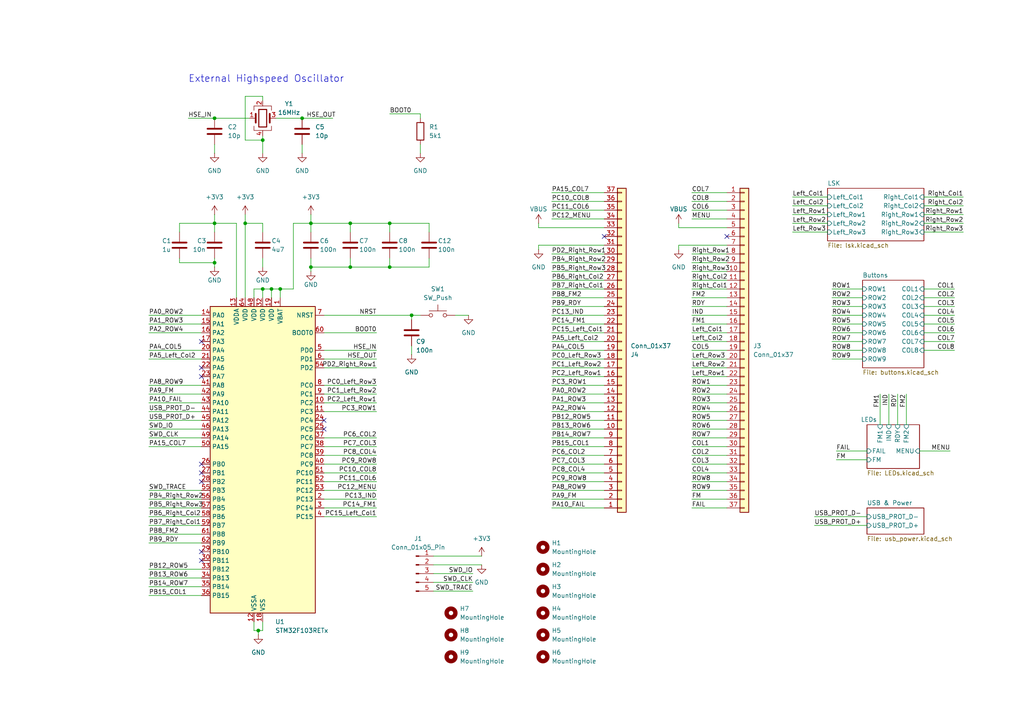
<source format=kicad_sch>
(kicad_sch
	(version 20231120)
	(generator "eeschema")
	(generator_version "8.0")
	(uuid "a6714e8f-d144-4da3-9f0a-d78532207364")
	(paper "A4")
	
	(junction
		(at 87.63 34.29)
		(diameter 0)
		(color 0 0 0 0)
		(uuid "0ac17959-3825-4d8b-bc1d-5d54904a1473")
	)
	(junction
		(at 78.74 83.82)
		(diameter 0)
		(color 0 0 0 0)
		(uuid "0e196d47-d10e-41c6-836c-1aaa450a30e0")
	)
	(junction
		(at 71.12 64.77)
		(diameter 0)
		(color 0 0 0 0)
		(uuid "14e27758-e9ad-4075-9d47-d7fafc1edf70")
	)
	(junction
		(at 76.2 40.64)
		(diameter 0)
		(color 0 0 0 0)
		(uuid "2bf40544-0c16-446f-a8fc-ed4fd652cf3b")
	)
	(junction
		(at 113.03 64.77)
		(diameter 0)
		(color 0 0 0 0)
		(uuid "2f8f2a9f-a286-43b4-bf29-fdcd12771b33")
	)
	(junction
		(at 119.38 91.44)
		(diameter 0)
		(color 0 0 0 0)
		(uuid "35ffd89a-3522-44ba-a240-0d7d71c78f76")
	)
	(junction
		(at 74.93 182.88)
		(diameter 0)
		(color 0 0 0 0)
		(uuid "4114cbae-7cc9-482f-ad22-44d150b4d0ef")
	)
	(junction
		(at 101.6 64.77)
		(diameter 0)
		(color 0 0 0 0)
		(uuid "462e2d48-7b9d-42f4-9196-609889382d02")
	)
	(junction
		(at 76.2 83.82)
		(diameter 0)
		(color 0 0 0 0)
		(uuid "636d65c8-651c-480b-b182-03a77e32e2cc")
	)
	(junction
		(at 113.03 77.47)
		(diameter 0)
		(color 0 0 0 0)
		(uuid "7cb29a67-29c6-4902-9aa5-060169c07091")
	)
	(junction
		(at 62.23 34.29)
		(diameter 0)
		(color 0 0 0 0)
		(uuid "81a15e8d-3655-4fe7-bacf-6b4732f4e90d")
	)
	(junction
		(at 62.23 64.77)
		(diameter 0)
		(color 0 0 0 0)
		(uuid "8f523b2c-9a1b-4541-8a4b-0d18e4a053e2")
	)
	(junction
		(at 81.28 83.82)
		(diameter 0)
		(color 0 0 0 0)
		(uuid "a4081a0f-a439-459e-86db-70000b0c1334")
	)
	(junction
		(at 62.23 76.2)
		(diameter 0)
		(color 0 0 0 0)
		(uuid "d9431c4d-21d4-470a-ba63-ceb6330dde9d")
	)
	(junction
		(at 101.6 77.47)
		(diameter 0)
		(color 0 0 0 0)
		(uuid "e5867998-dd43-47e3-b45e-6b4e7e98e894")
	)
	(junction
		(at 90.17 77.47)
		(diameter 0)
		(color 0 0 0 0)
		(uuid "ed7be678-3e2d-4439-9ad7-29476632ccdb")
	)
	(junction
		(at 90.17 64.77)
		(diameter 0)
		(color 0 0 0 0)
		(uuid "fd99aa94-6be2-4138-ad98-00afa3d95d0d")
	)
	(no_connect
		(at 58.42 137.16)
		(uuid "1026ca0b-8c3c-4122-86e6-e77bf003a5ca")
	)
	(no_connect
		(at 93.98 124.46)
		(uuid "16eaa569-2382-40e7-b6e1-1463aa11f964")
	)
	(no_connect
		(at 93.98 121.92)
		(uuid "2cff2626-4dab-4927-9f09-6164c0c47412")
	)
	(no_connect
		(at 210.82 68.58)
		(uuid "529b666c-7166-4098-a920-9873baea81e1")
	)
	(no_connect
		(at 58.42 99.06)
		(uuid "59dbb48e-d336-4aa1-b34f-65f0c246c4f0")
	)
	(no_connect
		(at 58.42 134.62)
		(uuid "5ab9f9e9-af2f-4fa6-badf-ceb31d8c7f6d")
	)
	(no_connect
		(at 58.42 162.56)
		(uuid "5e141a50-4449-4cac-9d69-f0effdd5c47a")
	)
	(no_connect
		(at 58.42 106.68)
		(uuid "5f00b2c8-1d6e-43d1-92c2-bad444b5e457")
	)
	(no_connect
		(at 175.26 68.58)
		(uuid "61bbafc9-8b79-4204-bd38-c87a9e57a1f5")
	)
	(no_connect
		(at 58.42 109.22)
		(uuid "769275f6-8f2b-427e-9286-ba306d7b23d7")
	)
	(no_connect
		(at 58.42 139.7)
		(uuid "88ee614f-ddcd-471d-94dd-350f4b620863")
	)
	(no_connect
		(at 58.42 160.02)
		(uuid "e7877e10-950f-4331-afaf-7b6f2302a2be")
	)
	(wire
		(pts
			(xy 62.23 64.77) (xy 62.23 67.31)
		)
		(stroke
			(width 0)
			(type default)
		)
		(uuid "002ca8b6-d054-43b0-9e7f-294f4170c383")
	)
	(wire
		(pts
			(xy 276.86 86.36) (xy 267.97 86.36)
		)
		(stroke
			(width 0)
			(type default)
		)
		(uuid "0129c93c-481c-48c1-a1b2-418232dc570c")
	)
	(wire
		(pts
			(xy 121.92 41.91) (xy 121.92 44.45)
		)
		(stroke
			(width 0)
			(type default)
		)
		(uuid "021c7e4b-f10b-496f-8b7c-3e8fd575975c")
	)
	(wire
		(pts
			(xy 196.85 66.04) (xy 196.85 64.77)
		)
		(stroke
			(width 0)
			(type default)
		)
		(uuid "024332ec-13c2-4d37-b9d0-0ec08aa25d63")
	)
	(wire
		(pts
			(xy 109.22 139.7) (xy 93.98 139.7)
		)
		(stroke
			(width 0)
			(type default)
		)
		(uuid "0383b023-e38f-4219-8077-ed9998c2bbd3")
	)
	(wire
		(pts
			(xy 119.38 100.33) (xy 119.38 102.87)
		)
		(stroke
			(width 0)
			(type default)
		)
		(uuid "03dfe426-b4c6-441f-a13c-5dfa09d8f3a5")
	)
	(wire
		(pts
			(xy 160.02 134.62) (xy 175.26 134.62)
		)
		(stroke
			(width 0)
			(type default)
		)
		(uuid "04cb53ce-9978-42f2-b939-ff47a9113f1a")
	)
	(wire
		(pts
			(xy 160.02 81.28) (xy 175.26 81.28)
		)
		(stroke
			(width 0)
			(type default)
		)
		(uuid "05423ed1-7885-4478-8775-b9f0b8beaed1")
	)
	(wire
		(pts
			(xy 241.3 91.44) (xy 250.19 91.44)
		)
		(stroke
			(width 0)
			(type default)
		)
		(uuid "05bbb447-2056-4b8e-8bdb-b0bf97262233")
	)
	(wire
		(pts
			(xy 113.03 77.47) (xy 124.46 77.47)
		)
		(stroke
			(width 0)
			(type default)
		)
		(uuid "07c2fafd-dbb1-4514-9671-8589a5ee1683")
	)
	(wire
		(pts
			(xy 101.6 64.77) (xy 101.6 67.31)
		)
		(stroke
			(width 0)
			(type default)
		)
		(uuid "0865c768-e3db-4c5f-a00c-8b1831be6335")
	)
	(wire
		(pts
			(xy 76.2 29.21) (xy 76.2 27.94)
		)
		(stroke
			(width 0)
			(type default)
		)
		(uuid "0971e094-7ee0-409c-a6b7-4655af530739")
	)
	(wire
		(pts
			(xy 200.66 60.96) (xy 210.82 60.96)
		)
		(stroke
			(width 0)
			(type default)
		)
		(uuid "0ad7c541-edd9-4ea3-8ea4-1e608eafd54f")
	)
	(wire
		(pts
			(xy 109.22 137.16) (xy 93.98 137.16)
		)
		(stroke
			(width 0)
			(type default)
		)
		(uuid "0af5fb2d-c97a-4d1b-bf0a-9885ba1c36cf")
	)
	(wire
		(pts
			(xy 251.46 149.86) (xy 236.22 149.86)
		)
		(stroke
			(width 0)
			(type default)
		)
		(uuid "0b19dfba-995f-474f-9960-8e3733e7d912")
	)
	(wire
		(pts
			(xy 113.03 64.77) (xy 124.46 64.77)
		)
		(stroke
			(width 0)
			(type default)
		)
		(uuid "0b95be0e-a430-4295-8cca-28da4e660135")
	)
	(wire
		(pts
			(xy 241.3 96.52) (xy 250.19 96.52)
		)
		(stroke
			(width 0)
			(type default)
		)
		(uuid "0ca801c2-5db9-4417-87f5-e8a3e33977bb")
	)
	(wire
		(pts
			(xy 101.6 74.93) (xy 101.6 77.47)
		)
		(stroke
			(width 0)
			(type default)
		)
		(uuid "0cbc8350-6f5a-4c00-ae86-b5ec6ba324e8")
	)
	(wire
		(pts
			(xy 76.2 182.88) (xy 74.93 182.88)
		)
		(stroke
			(width 0)
			(type default)
		)
		(uuid "0de42190-cd3e-4178-b33c-d820976cdf1d")
	)
	(wire
		(pts
			(xy 43.18 147.32) (xy 58.42 147.32)
		)
		(stroke
			(width 0)
			(type default)
		)
		(uuid "0df5e647-25a1-4543-930d-fe7cafa6eaf6")
	)
	(wire
		(pts
			(xy 276.86 96.52) (xy 267.97 96.52)
		)
		(stroke
			(width 0)
			(type default)
		)
		(uuid "0eeaa15c-e983-40d5-b78f-77ad39c49c8a")
	)
	(wire
		(pts
			(xy 242.57 130.81) (xy 251.46 130.81)
		)
		(stroke
			(width 0)
			(type default)
		)
		(uuid "0fa6ffcf-3145-4cd0-b6be-d329174f2f8c")
	)
	(wire
		(pts
			(xy 43.18 167.64) (xy 58.42 167.64)
		)
		(stroke
			(width 0)
			(type default)
		)
		(uuid "0fd0b228-0ed8-4451-9af2-0b843256178b")
	)
	(wire
		(pts
			(xy 85.09 83.82) (xy 81.28 83.82)
		)
		(stroke
			(width 0)
			(type default)
		)
		(uuid "10173628-09e0-48ab-9367-dafd71374ec5")
	)
	(wire
		(pts
			(xy 262.89 114.3) (xy 262.89 123.19)
		)
		(stroke
			(width 0)
			(type default)
		)
		(uuid "11e0bfa9-a965-4dc0-9eff-f5914dbd04b6")
	)
	(wire
		(pts
			(xy 200.66 104.14) (xy 210.82 104.14)
		)
		(stroke
			(width 0)
			(type default)
		)
		(uuid "15f81d49-16ba-4c20-9c42-8bbe49d1b6fb")
	)
	(wire
		(pts
			(xy 160.02 132.08) (xy 175.26 132.08)
		)
		(stroke
			(width 0)
			(type default)
		)
		(uuid "170d7596-ce16-4cc1-95d2-07af502b8a31")
	)
	(wire
		(pts
			(xy 43.18 170.18) (xy 58.42 170.18)
		)
		(stroke
			(width 0)
			(type default)
		)
		(uuid "174a9bdb-98e9-4254-974a-0e900bacd8b8")
	)
	(wire
		(pts
			(xy 160.02 147.32) (xy 175.26 147.32)
		)
		(stroke
			(width 0)
			(type default)
		)
		(uuid "17dd0ea9-1b67-48ca-80eb-c787ca978525")
	)
	(wire
		(pts
			(xy 200.66 58.42) (xy 210.82 58.42)
		)
		(stroke
			(width 0)
			(type default)
		)
		(uuid "18eaf263-50b9-4aba-a778-9578c33baf46")
	)
	(wire
		(pts
			(xy 200.66 55.88) (xy 210.82 55.88)
		)
		(stroke
			(width 0)
			(type default)
		)
		(uuid "1928a2f0-08f7-4c6f-a53e-26b9c5820817")
	)
	(wire
		(pts
			(xy 76.2 83.82) (xy 76.2 86.36)
		)
		(stroke
			(width 0)
			(type default)
		)
		(uuid "195aa28f-72d8-4d04-9598-e55974b6b156")
	)
	(wire
		(pts
			(xy 109.22 106.68) (xy 93.98 106.68)
		)
		(stroke
			(width 0)
			(type default)
		)
		(uuid "19c2d3a5-7816-44bc-8455-c89dab8458aa")
	)
	(wire
		(pts
			(xy 241.3 88.9) (xy 250.19 88.9)
		)
		(stroke
			(width 0)
			(type default)
		)
		(uuid "1a71efd6-8772-41af-8d32-9a56508d8248")
	)
	(wire
		(pts
			(xy 267.97 64.77) (xy 279.4 64.77)
		)
		(stroke
			(width 0)
			(type default)
		)
		(uuid "1ce29e1f-e5c6-41d2-9402-d34ff4f131df")
	)
	(wire
		(pts
			(xy 196.85 71.12) (xy 196.85 72.39)
		)
		(stroke
			(width 0)
			(type default)
		)
		(uuid "1d64a169-44d6-470b-a93f-9fe60e218946")
	)
	(wire
		(pts
			(xy 200.66 78.74) (xy 210.82 78.74)
		)
		(stroke
			(width 0)
			(type default)
		)
		(uuid "2018a7a3-59af-486c-8859-535aa4f8850a")
	)
	(wire
		(pts
			(xy 200.66 119.38) (xy 210.82 119.38)
		)
		(stroke
			(width 0)
			(type default)
		)
		(uuid "23ddb384-61c6-445e-9824-a0e82a7acb4c")
	)
	(wire
		(pts
			(xy 160.02 78.74) (xy 175.26 78.74)
		)
		(stroke
			(width 0)
			(type default)
		)
		(uuid "2427e034-6fc9-48fa-8dfa-1825d14b7731")
	)
	(wire
		(pts
			(xy 76.2 40.64) (xy 76.2 44.45)
		)
		(stroke
			(width 0)
			(type default)
		)
		(uuid "2486bae3-1fc3-4fe5-ae2c-dcaabf5877d1")
	)
	(wire
		(pts
			(xy 160.02 109.22) (xy 175.26 109.22)
		)
		(stroke
			(width 0)
			(type default)
		)
		(uuid "251b115b-a1a0-4df6-b4ab-ab8b75e2f884")
	)
	(wire
		(pts
			(xy 160.02 91.44) (xy 175.26 91.44)
		)
		(stroke
			(width 0)
			(type default)
		)
		(uuid "25ad5689-d038-47bb-8a6a-f8315740a46c")
	)
	(wire
		(pts
			(xy 160.02 137.16) (xy 175.26 137.16)
		)
		(stroke
			(width 0)
			(type default)
		)
		(uuid "2787dc8b-50b8-44fa-b395-004b074664ef")
	)
	(wire
		(pts
			(xy 62.23 77.47) (xy 62.23 76.2)
		)
		(stroke
			(width 0)
			(type default)
		)
		(uuid "2793ffa9-3f82-46ec-94ad-896f85ab572f")
	)
	(wire
		(pts
			(xy 125.73 163.83) (xy 139.7 163.83)
		)
		(stroke
			(width 0)
			(type default)
		)
		(uuid "28a0ade8-b781-43b3-925e-ca254bbe1e29")
	)
	(wire
		(pts
			(xy 101.6 77.47) (xy 113.03 77.47)
		)
		(stroke
			(width 0)
			(type default)
		)
		(uuid "29090879-1b9b-4f4b-a0dc-26348adec255")
	)
	(wire
		(pts
			(xy 109.22 114.3) (xy 93.98 114.3)
		)
		(stroke
			(width 0)
			(type default)
		)
		(uuid "292e4112-c39d-4cc0-91ec-dd4f543fa03d")
	)
	(wire
		(pts
			(xy 200.66 99.06) (xy 210.82 99.06)
		)
		(stroke
			(width 0)
			(type default)
		)
		(uuid "2b0df8bd-db3d-4ce2-b7f1-6d2aa49facc4")
	)
	(wire
		(pts
			(xy 160.02 63.5) (xy 175.26 63.5)
		)
		(stroke
			(width 0)
			(type default)
		)
		(uuid "2b5b4f6e-a404-4a72-bcf3-e7249a2caa81")
	)
	(wire
		(pts
			(xy 58.42 119.38) (xy 43.18 119.38)
		)
		(stroke
			(width 0)
			(type default)
		)
		(uuid "2baa4fe2-03b0-4061-ba6f-d3b3674e7a13")
	)
	(wire
		(pts
			(xy 43.18 96.52) (xy 58.42 96.52)
		)
		(stroke
			(width 0)
			(type default)
		)
		(uuid "2d5af7d5-efe8-45eb-9872-16f020bd30f5")
	)
	(wire
		(pts
			(xy 200.66 139.7) (xy 210.82 139.7)
		)
		(stroke
			(width 0)
			(type default)
		)
		(uuid "2d86dbcc-5b8c-49df-b290-862133f165db")
	)
	(wire
		(pts
			(xy 267.97 62.23) (xy 279.4 62.23)
		)
		(stroke
			(width 0)
			(type default)
		)
		(uuid "2e8d43a7-c3ce-4f16-92b7-019646415dc1")
	)
	(wire
		(pts
			(xy 257.81 114.3) (xy 257.81 123.19)
		)
		(stroke
			(width 0)
			(type default)
		)
		(uuid "310f269d-cde3-416b-bb18-9b03c193f712")
	)
	(wire
		(pts
			(xy 276.86 83.82) (xy 267.97 83.82)
		)
		(stroke
			(width 0)
			(type default)
		)
		(uuid "315ba9c3-94f3-4caf-9f6c-c1c11a18156c")
	)
	(wire
		(pts
			(xy 160.02 73.66) (xy 175.26 73.66)
		)
		(stroke
			(width 0)
			(type default)
		)
		(uuid "332cee96-5836-4615-9d4f-30caee666e26")
	)
	(wire
		(pts
			(xy 229.87 64.77) (xy 240.03 64.77)
		)
		(stroke
			(width 0)
			(type default)
		)
		(uuid "36f85953-071b-491a-b4cb-d1c557ffdb67")
	)
	(wire
		(pts
			(xy 90.17 64.77) (xy 101.6 64.77)
		)
		(stroke
			(width 0)
			(type default)
		)
		(uuid "384b44f8-5bae-46dd-a1f3-a93e4b9b03a4")
	)
	(wire
		(pts
			(xy 43.18 91.44) (xy 58.42 91.44)
		)
		(stroke
			(width 0)
			(type default)
		)
		(uuid "38f546fa-3cf5-415a-8241-cf8a4eaa74af")
	)
	(wire
		(pts
			(xy 76.2 27.94) (xy 71.12 27.94)
		)
		(stroke
			(width 0)
			(type default)
		)
		(uuid "3a5e66f0-3ff0-4f38-aec8-e64779799e54")
	)
	(wire
		(pts
			(xy 200.66 137.16) (xy 210.82 137.16)
		)
		(stroke
			(width 0)
			(type default)
		)
		(uuid "3cb2c4b6-323d-4ef3-b913-aae91d19edd3")
	)
	(wire
		(pts
			(xy 93.98 101.6) (xy 109.22 101.6)
		)
		(stroke
			(width 0)
			(type default)
		)
		(uuid "3dffd25d-a47d-43bf-a458-ab8b7c6eb839")
	)
	(wire
		(pts
			(xy 71.12 40.64) (xy 76.2 40.64)
		)
		(stroke
			(width 0)
			(type default)
		)
		(uuid "3ec8fc7b-ef55-466d-84e1-a22b1f21b311")
	)
	(wire
		(pts
			(xy 43.18 157.48) (xy 58.42 157.48)
		)
		(stroke
			(width 0)
			(type default)
		)
		(uuid "3ef6ea34-c6d9-437d-9688-e7b0dd1aabec")
	)
	(wire
		(pts
			(xy 267.97 59.69) (xy 279.4 59.69)
		)
		(stroke
			(width 0)
			(type default)
		)
		(uuid "3fcfd34c-038f-443e-aa74-e18b3ba481d4")
	)
	(wire
		(pts
			(xy 200.66 93.98) (xy 210.82 93.98)
		)
		(stroke
			(width 0)
			(type default)
		)
		(uuid "43b5334e-03aa-4558-9655-18aff76021da")
	)
	(wire
		(pts
			(xy 200.66 114.3) (xy 210.82 114.3)
		)
		(stroke
			(width 0)
			(type default)
		)
		(uuid "43cd4536-bde8-4f2b-82d3-621179e95d92")
	)
	(wire
		(pts
			(xy 241.3 99.06) (xy 250.19 99.06)
		)
		(stroke
			(width 0)
			(type default)
		)
		(uuid "44dda140-db84-4505-b67e-8a14a39c6cd6")
	)
	(wire
		(pts
			(xy 160.02 58.42) (xy 175.26 58.42)
		)
		(stroke
			(width 0)
			(type default)
		)
		(uuid "459ec1c3-f3d2-4ac0-9d07-be65845fc619")
	)
	(wire
		(pts
			(xy 119.38 91.44) (xy 119.38 92.71)
		)
		(stroke
			(width 0)
			(type default)
		)
		(uuid "45b55dba-8668-48eb-a648-85fd929879b8")
	)
	(wire
		(pts
			(xy 52.07 64.77) (xy 62.23 64.77)
		)
		(stroke
			(width 0)
			(type default)
		)
		(uuid "4618f9df-1557-419c-8f27-1fe859cf5a6b")
	)
	(wire
		(pts
			(xy 200.66 134.62) (xy 210.82 134.62)
		)
		(stroke
			(width 0)
			(type default)
		)
		(uuid "48b17045-8678-43fc-97d8-62821c94bede")
	)
	(wire
		(pts
			(xy 200.66 88.9) (xy 210.82 88.9)
		)
		(stroke
			(width 0)
			(type default)
		)
		(uuid "4acd607e-e71e-4fb7-8fc3-95db7044da6c")
	)
	(wire
		(pts
			(xy 200.66 63.5) (xy 210.82 63.5)
		)
		(stroke
			(width 0)
			(type default)
		)
		(uuid "4c0fedf3-757b-4f6b-b1a0-bca1891f9725")
	)
	(wire
		(pts
			(xy 200.66 132.08) (xy 210.82 132.08)
		)
		(stroke
			(width 0)
			(type default)
		)
		(uuid "4ca239ee-8792-4e57-8b6c-8b573402df85")
	)
	(wire
		(pts
			(xy 160.02 93.98) (xy 175.26 93.98)
		)
		(stroke
			(width 0)
			(type default)
		)
		(uuid "4f0bf5a6-c519-4d6f-8e5f-b941c1b05077")
	)
	(wire
		(pts
			(xy 200.66 106.68) (xy 210.82 106.68)
		)
		(stroke
			(width 0)
			(type default)
		)
		(uuid "500c0e9d-ce62-46a5-94f2-c320778a2a78")
	)
	(wire
		(pts
			(xy 137.16 168.91) (xy 125.73 168.91)
		)
		(stroke
			(width 0)
			(type default)
		)
		(uuid "5041f021-d445-43da-aae1-9a55396be580")
	)
	(wire
		(pts
			(xy 90.17 77.47) (xy 90.17 78.74)
		)
		(stroke
			(width 0)
			(type default)
		)
		(uuid "50a531ec-e916-4601-9738-e43afcab678c")
	)
	(wire
		(pts
			(xy 76.2 64.77) (xy 76.2 67.31)
		)
		(stroke
			(width 0)
			(type default)
		)
		(uuid "5229f429-bf66-4167-96e2-c277934ea148")
	)
	(wire
		(pts
			(xy 78.74 83.82) (xy 78.74 86.36)
		)
		(stroke
			(width 0)
			(type default)
		)
		(uuid "523acf82-7b79-4164-9270-f4a389d5caeb")
	)
	(wire
		(pts
			(xy 43.18 129.54) (xy 58.42 129.54)
		)
		(stroke
			(width 0)
			(type default)
		)
		(uuid "52aa512f-41ac-4609-a78f-8986db465883")
	)
	(wire
		(pts
			(xy 160.02 60.96) (xy 175.26 60.96)
		)
		(stroke
			(width 0)
			(type default)
		)
		(uuid "555bf09f-78a9-49dd-9629-20467ca7a912")
	)
	(wire
		(pts
			(xy 124.46 74.93) (xy 124.46 77.47)
		)
		(stroke
			(width 0)
			(type default)
		)
		(uuid "56789c6d-e813-44c2-8216-aae6b1762dd4")
	)
	(wire
		(pts
			(xy 124.46 67.31) (xy 124.46 64.77)
		)
		(stroke
			(width 0)
			(type default)
		)
		(uuid "5830ce34-11ad-4f79-a483-7763b9624731")
	)
	(wire
		(pts
			(xy 73.66 180.34) (xy 73.66 182.88)
		)
		(stroke
			(width 0)
			(type default)
		)
		(uuid "58c678a6-2cb1-46ea-8752-497f87b2cfd9")
	)
	(wire
		(pts
			(xy 160.02 142.24) (xy 175.26 142.24)
		)
		(stroke
			(width 0)
			(type default)
		)
		(uuid "58dc310c-38d9-491e-831e-94b76fdcedf2")
	)
	(wire
		(pts
			(xy 200.66 129.54) (xy 210.82 129.54)
		)
		(stroke
			(width 0)
			(type default)
		)
		(uuid "5901fed4-a120-47fd-bbdb-564e2b9ca630")
	)
	(wire
		(pts
			(xy 109.22 129.54) (xy 93.98 129.54)
		)
		(stroke
			(width 0)
			(type default)
		)
		(uuid "591c6e50-e785-42ee-9bb0-acc5bc99387d")
	)
	(wire
		(pts
			(xy 71.12 64.77) (xy 71.12 86.36)
		)
		(stroke
			(width 0)
			(type default)
		)
		(uuid "5ce7bb33-8eb1-4942-8ca4-32ffbd35d0a2")
	)
	(wire
		(pts
			(xy 196.85 66.04) (xy 210.82 66.04)
		)
		(stroke
			(width 0)
			(type default)
		)
		(uuid "5f895fd8-029d-4d5c-92ea-62f4d05dce35")
	)
	(wire
		(pts
			(xy 76.2 180.34) (xy 76.2 182.88)
		)
		(stroke
			(width 0)
			(type default)
		)
		(uuid "5fd96de0-d771-4e08-b6b3-4b11aa7d1ac5")
	)
	(wire
		(pts
			(xy 236.22 152.4) (xy 251.46 152.4)
		)
		(stroke
			(width 0)
			(type default)
		)
		(uuid "61459c3a-7932-41ab-8bb2-352a2f2ddd7d")
	)
	(wire
		(pts
			(xy 276.86 91.44) (xy 267.97 91.44)
		)
		(stroke
			(width 0)
			(type default)
		)
		(uuid "641913f4-b6b0-4d2b-a8cd-408ac519f141")
	)
	(wire
		(pts
			(xy 125.73 161.29) (xy 139.7 161.29)
		)
		(stroke
			(width 0)
			(type default)
		)
		(uuid "64832cf8-5eb8-45f7-b631-92996b2cbc30")
	)
	(wire
		(pts
			(xy 43.18 93.98) (xy 58.42 93.98)
		)
		(stroke
			(width 0)
			(type default)
		)
		(uuid "64fc63f9-3967-4a4c-837a-acf2207e3519")
	)
	(wire
		(pts
			(xy 156.21 66.04) (xy 175.26 66.04)
		)
		(stroke
			(width 0)
			(type default)
		)
		(uuid "664c85ab-c370-4ebb-8dff-e0387a98777d")
	)
	(wire
		(pts
			(xy 113.03 33.02) (xy 121.92 33.02)
		)
		(stroke
			(width 0)
			(type default)
		)
		(uuid "67454a94-0707-4384-b37e-259a29f58b8d")
	)
	(wire
		(pts
			(xy 241.3 86.36) (xy 250.19 86.36)
		)
		(stroke
			(width 0)
			(type default)
		)
		(uuid "67f004d2-f203-4bf4-a133-ee71edf8f78a")
	)
	(wire
		(pts
			(xy 276.86 93.98) (xy 267.97 93.98)
		)
		(stroke
			(width 0)
			(type default)
		)
		(uuid "688912a1-e8e9-4f5a-ab28-b8ddcc497101")
	)
	(wire
		(pts
			(xy 160.02 96.52) (xy 175.26 96.52)
		)
		(stroke
			(width 0)
			(type default)
		)
		(uuid "68905ebb-191f-4c88-b70e-9cfb2005e336")
	)
	(wire
		(pts
			(xy 160.02 119.38) (xy 175.26 119.38)
		)
		(stroke
			(width 0)
			(type default)
		)
		(uuid "69e799ee-c63e-4ec6-a4ae-e2f21e3d7bf8")
	)
	(wire
		(pts
			(xy 160.02 106.68) (xy 175.26 106.68)
		)
		(stroke
			(width 0)
			(type default)
		)
		(uuid "6ac2d241-abb0-4e3a-b532-377dd2ed50b4")
	)
	(wire
		(pts
			(xy 200.66 116.84) (xy 210.82 116.84)
		)
		(stroke
			(width 0)
			(type default)
		)
		(uuid "6c61af1d-f765-4982-b2d7-219adc5e8a06")
	)
	(wire
		(pts
			(xy 241.3 104.14) (xy 250.19 104.14)
		)
		(stroke
			(width 0)
			(type default)
		)
		(uuid "6d604e8b-9ce7-44bf-869d-0875979c0c37")
	)
	(wire
		(pts
			(xy 73.66 83.82) (xy 76.2 83.82)
		)
		(stroke
			(width 0)
			(type default)
		)
		(uuid "6fee0370-85b3-4fdf-be45-6e555e3c9ed7")
	)
	(wire
		(pts
			(xy 43.18 127) (xy 58.42 127)
		)
		(stroke
			(width 0)
			(type default)
		)
		(uuid "70209842-4f9e-42dd-9702-3795d2d78300")
	)
	(wire
		(pts
			(xy 241.3 101.6) (xy 250.19 101.6)
		)
		(stroke
			(width 0)
			(type default)
		)
		(uuid "713dccae-7ca9-418a-a818-0110bd29e2a4")
	)
	(wire
		(pts
			(xy 43.18 154.94) (xy 58.42 154.94)
		)
		(stroke
			(width 0)
			(type default)
		)
		(uuid "72570d0c-dda6-49fa-a4c1-e81831149937")
	)
	(wire
		(pts
			(xy 160.02 116.84) (xy 175.26 116.84)
		)
		(stroke
			(width 0)
			(type default)
		)
		(uuid "727bbb45-6d70-45f9-9b7c-85433e9e54f8")
	)
	(wire
		(pts
			(xy 43.18 149.86) (xy 58.42 149.86)
		)
		(stroke
			(width 0)
			(type default)
		)
		(uuid "73db20c3-29ef-4f82-9c5d-548abe7af906")
	)
	(wire
		(pts
			(xy 242.57 133.35) (xy 251.46 133.35)
		)
		(stroke
			(width 0)
			(type default)
		)
		(uuid "755b6f3d-36e6-44cf-a69b-444cc90f0bae")
	)
	(wire
		(pts
			(xy 43.18 165.1) (xy 58.42 165.1)
		)
		(stroke
			(width 0)
			(type default)
		)
		(uuid "76c9093b-6a8e-4a76-b5a2-4c13fa6750e0")
	)
	(wire
		(pts
			(xy 200.66 101.6) (xy 210.82 101.6)
		)
		(stroke
			(width 0)
			(type default)
		)
		(uuid "76f60b43-720d-4c10-857d-0fa6b8f99585")
	)
	(wire
		(pts
			(xy 76.2 64.77) (xy 71.12 64.77)
		)
		(stroke
			(width 0)
			(type default)
		)
		(uuid "7901afed-d82c-4f13-b22e-7ef81d8779fe")
	)
	(wire
		(pts
			(xy 200.66 111.76) (xy 210.82 111.76)
		)
		(stroke
			(width 0)
			(type default)
		)
		(uuid "799d3b5d-fc12-4c34-b5fc-39f57b6a56f4")
	)
	(wire
		(pts
			(xy 200.66 109.22) (xy 210.82 109.22)
		)
		(stroke
			(width 0)
			(type default)
		)
		(uuid "7d3948e6-568b-4756-b9a3-8d2963d89ae9")
	)
	(wire
		(pts
			(xy 160.02 104.14) (xy 175.26 104.14)
		)
		(stroke
			(width 0)
			(type default)
		)
		(uuid "7f4d4d8d-f80a-4a64-a347-dd6f4cc5a72c")
	)
	(wire
		(pts
			(xy 87.63 34.29) (xy 96.52 34.29)
		)
		(stroke
			(width 0)
			(type default)
		)
		(uuid "807d0817-f921-42b7-b590-9b3c1b0e31f1")
	)
	(wire
		(pts
			(xy 71.12 27.94) (xy 71.12 40.64)
		)
		(stroke
			(width 0)
			(type default)
		)
		(uuid "816dd3a2-ba8e-44ed-801d-249443b140ea")
	)
	(wire
		(pts
			(xy 160.02 129.54) (xy 175.26 129.54)
		)
		(stroke
			(width 0)
			(type default)
		)
		(uuid "82b41d60-4e2b-49ab-bc41-bacf1896c897")
	)
	(wire
		(pts
			(xy 241.3 83.82) (xy 250.19 83.82)
		)
		(stroke
			(width 0)
			(type default)
		)
		(uuid "83a6ad68-d62e-41f5-a396-d5750e97d583")
	)
	(wire
		(pts
			(xy 93.98 91.44) (xy 119.38 91.44)
		)
		(stroke
			(width 0)
			(type default)
		)
		(uuid "83f03845-ac8a-4955-8567-05bc81c8f4b8")
	)
	(wire
		(pts
			(xy 62.23 74.93) (xy 62.23 76.2)
		)
		(stroke
			(width 0)
			(type default)
		)
		(uuid "841c821f-d989-4e07-bbb4-2a05d450813f")
	)
	(wire
		(pts
			(xy 87.63 41.91) (xy 87.63 44.45)
		)
		(stroke
			(width 0)
			(type default)
		)
		(uuid "864506d0-9a0c-44b5-a908-c1f39ce97d3f")
	)
	(wire
		(pts
			(xy 160.02 144.78) (xy 175.26 144.78)
		)
		(stroke
			(width 0)
			(type default)
		)
		(uuid "86d17030-a34c-4670-bd6f-d2e0fbb93c32")
	)
	(wire
		(pts
			(xy 80.01 34.29) (xy 87.63 34.29)
		)
		(stroke
			(width 0)
			(type default)
		)
		(uuid "88de58c2-e37e-4929-aab0-104efe9beffb")
	)
	(wire
		(pts
			(xy 200.66 73.66) (xy 210.82 73.66)
		)
		(stroke
			(width 0)
			(type default)
		)
		(uuid "8944490a-9919-46b6-873a-73b099cd2c42")
	)
	(wire
		(pts
			(xy 90.17 62.23) (xy 90.17 64.77)
		)
		(stroke
			(width 0)
			(type default)
		)
		(uuid "8abe141d-80d4-4e2b-b6b2-02e534eaa27d")
	)
	(wire
		(pts
			(xy 200.66 124.46) (xy 210.82 124.46)
		)
		(stroke
			(width 0)
			(type default)
		)
		(uuid "8b2268f7-ec89-46cd-8dcb-aafcf03d3279")
	)
	(wire
		(pts
			(xy 160.02 127) (xy 175.26 127)
		)
		(stroke
			(width 0)
			(type default)
		)
		(uuid "8be91cf2-a1da-4368-a08b-f976f72c8f49")
	)
	(wire
		(pts
			(xy 93.98 134.62) (xy 109.22 134.62)
		)
		(stroke
			(width 0)
			(type default)
		)
		(uuid "8c2c61a0-0c01-4af6-85bd-c699dec8af06")
	)
	(wire
		(pts
			(xy 43.18 111.76) (xy 58.42 111.76)
		)
		(stroke
			(width 0)
			(type default)
		)
		(uuid "8c940212-0225-4d5f-ac16-5009a7544f8a")
	)
	(wire
		(pts
			(xy 43.18 152.4) (xy 58.42 152.4)
		)
		(stroke
			(width 0)
			(type default)
		)
		(uuid "8cfd7b39-ec84-4d7c-ad00-f3721e9f523f")
	)
	(wire
		(pts
			(xy 200.66 144.78) (xy 210.82 144.78)
		)
		(stroke
			(width 0)
			(type default)
		)
		(uuid "8d5fce2d-4c88-409f-a8f0-384d7b86966b")
	)
	(wire
		(pts
			(xy 229.87 57.15) (xy 240.03 57.15)
		)
		(stroke
			(width 0)
			(type default)
		)
		(uuid "8d80575a-2732-4fad-96c7-8238c1160566")
	)
	(wire
		(pts
			(xy 160.02 99.06) (xy 175.26 99.06)
		)
		(stroke
			(width 0)
			(type default)
		)
		(uuid "904f17d4-fd32-4674-aef8-98ae62ee259f")
	)
	(wire
		(pts
			(xy 62.23 41.91) (xy 62.23 44.45)
		)
		(stroke
			(width 0)
			(type default)
		)
		(uuid "90eb99f4-b32e-482c-9410-b02ac8e04a8c")
	)
	(wire
		(pts
			(xy 160.02 83.82) (xy 175.26 83.82)
		)
		(stroke
			(width 0)
			(type default)
		)
		(uuid "9249a540-b56e-4ae2-b77f-1582f199e738")
	)
	(wire
		(pts
			(xy 109.22 119.38) (xy 93.98 119.38)
		)
		(stroke
			(width 0)
			(type default)
		)
		(uuid "92618c43-14cd-497b-8f33-ba1689b6eeca")
	)
	(wire
		(pts
			(xy 73.66 86.36) (xy 73.66 83.82)
		)
		(stroke
			(width 0)
			(type default)
		)
		(uuid "934239f2-159e-44a6-82fc-a99b93039ef4")
	)
	(wire
		(pts
			(xy 156.21 71.12) (xy 156.21 72.39)
		)
		(stroke
			(width 0)
			(type default)
		)
		(uuid "95acf485-c56c-4da2-a2f3-d4deebe8369b")
	)
	(wire
		(pts
			(xy 90.17 67.31) (xy 90.17 64.77)
		)
		(stroke
			(width 0)
			(type default)
		)
		(uuid "96c4f7cc-49d4-45ea-9b41-765bd977f871")
	)
	(wire
		(pts
			(xy 43.18 116.84) (xy 58.42 116.84)
		)
		(stroke
			(width 0)
			(type default)
		)
		(uuid "97615efc-744c-4017-bb1f-3d48c285c10e")
	)
	(wire
		(pts
			(xy 90.17 64.77) (xy 85.09 64.77)
		)
		(stroke
			(width 0)
			(type default)
		)
		(uuid "97f6fb1f-14a8-4e2c-9b2c-d5c962628c99")
	)
	(wire
		(pts
			(xy 137.16 171.45) (xy 125.73 171.45)
		)
		(stroke
			(width 0)
			(type default)
		)
		(uuid "9a42e892-2426-4d86-a4e1-d11464ab1299")
	)
	(wire
		(pts
			(xy 109.22 144.78) (xy 93.98 144.78)
		)
		(stroke
			(width 0)
			(type default)
		)
		(uuid "9bc899e0-2edf-4926-9682-4b14411a38ea")
	)
	(wire
		(pts
			(xy 267.97 67.31) (xy 279.4 67.31)
		)
		(stroke
			(width 0)
			(type default)
		)
		(uuid "9df10aee-6380-43d7-b7b0-9ec080bb42d7")
	)
	(wire
		(pts
			(xy 43.18 114.3) (xy 58.42 114.3)
		)
		(stroke
			(width 0)
			(type default)
		)
		(uuid "9dfbe605-4dbb-42aa-8e67-256b0c9adf78")
	)
	(wire
		(pts
			(xy 156.21 71.12) (xy 175.26 71.12)
		)
		(stroke
			(width 0)
			(type default)
		)
		(uuid "9e6913ba-18c1-460e-a283-e5fe27a42ae1")
	)
	(wire
		(pts
			(xy 200.66 96.52) (xy 210.82 96.52)
		)
		(stroke
			(width 0)
			(type default)
		)
		(uuid "9ec06840-5109-4765-8547-9d5ff5079b4e")
	)
	(wire
		(pts
			(xy 260.35 114.3) (xy 260.35 123.19)
		)
		(stroke
			(width 0)
			(type default)
		)
		(uuid "a0d81f94-538e-4e0c-9a7c-aa1f2c317e17")
	)
	(wire
		(pts
			(xy 68.58 64.77) (xy 68.58 86.36)
		)
		(stroke
			(width 0)
			(type default)
		)
		(uuid "a0eba693-2f42-4f46-8c4b-81af4887c418")
	)
	(wire
		(pts
			(xy 71.12 62.23) (xy 71.12 64.77)
		)
		(stroke
			(width 0)
			(type default)
		)
		(uuid "a1a52adf-7ffe-4cd5-b95a-99b9d9a5c69b")
	)
	(wire
		(pts
			(xy 132.08 91.44) (xy 135.89 91.44)
		)
		(stroke
			(width 0)
			(type default)
		)
		(uuid "a42f6153-adbd-418d-b7cb-77ece8341672")
	)
	(wire
		(pts
			(xy 255.27 114.3) (xy 255.27 123.19)
		)
		(stroke
			(width 0)
			(type default)
		)
		(uuid "a930361d-b90c-4fd6-9d3e-0012d64ed5c1")
	)
	(wire
		(pts
			(xy 160.02 101.6) (xy 175.26 101.6)
		)
		(stroke
			(width 0)
			(type default)
		)
		(uuid "ab13ea59-afc5-4c79-9017-dd32455cd987")
	)
	(wire
		(pts
			(xy 160.02 114.3) (xy 175.26 114.3)
		)
		(stroke
			(width 0)
			(type default)
		)
		(uuid "ac25af91-85b0-43a2-835d-21c16009b2a2")
	)
	(wire
		(pts
			(xy 160.02 76.2) (xy 175.26 76.2)
		)
		(stroke
			(width 0)
			(type default)
		)
		(uuid "ad49ab87-0543-4bfa-80aa-a4dbf2e36c1f")
	)
	(wire
		(pts
			(xy 200.66 76.2) (xy 210.82 76.2)
		)
		(stroke
			(width 0)
			(type default)
		)
		(uuid "aee19d8a-06d7-4c71-bd10-ba3a15483b52")
	)
	(wire
		(pts
			(xy 109.22 147.32) (xy 93.98 147.32)
		)
		(stroke
			(width 0)
			(type default)
		)
		(uuid "aee3cfdc-212b-4b77-8440-0770138b1717")
	)
	(wire
		(pts
			(xy 210.82 71.12) (xy 196.85 71.12)
		)
		(stroke
			(width 0)
			(type default)
		)
		(uuid "b05a6bec-75e7-4524-8891-951d60c0d398")
	)
	(wire
		(pts
			(xy 43.18 121.92) (xy 58.42 121.92)
		)
		(stroke
			(width 0)
			(type default)
		)
		(uuid "b0a2982f-7ddf-47b3-8e87-fa6959b912de")
	)
	(wire
		(pts
			(xy 43.18 142.24) (xy 58.42 142.24)
		)
		(stroke
			(width 0)
			(type default)
		)
		(uuid "b2f630e7-88e8-4e7f-8a90-229ce9017474")
	)
	(wire
		(pts
			(xy 93.98 142.24) (xy 109.22 142.24)
		)
		(stroke
			(width 0)
			(type default)
		)
		(uuid "b35f9041-a771-4cd6-9b76-426ef11cdcb4")
	)
	(wire
		(pts
			(xy 78.74 83.82) (xy 81.28 83.82)
		)
		(stroke
			(width 0)
			(type default)
		)
		(uuid "b405239b-d183-4b3d-8474-a2c76a7bb2c1")
	)
	(wire
		(pts
			(xy 93.98 96.52) (xy 109.22 96.52)
		)
		(stroke
			(width 0)
			(type default)
		)
		(uuid "b54d8cb3-c445-4158-a4c5-1e6b0a10a512")
	)
	(wire
		(pts
			(xy 121.92 33.02) (xy 121.92 34.29)
		)
		(stroke
			(width 0)
			(type default)
		)
		(uuid "b650e92c-e647-4cd5-9573-0222b6ddc60d")
	)
	(wire
		(pts
			(xy 160.02 111.76) (xy 175.26 111.76)
		)
		(stroke
			(width 0)
			(type default)
		)
		(uuid "b6aae8c9-4165-444e-b285-22462ef6e366")
	)
	(wire
		(pts
			(xy 276.86 99.06) (xy 267.97 99.06)
		)
		(stroke
			(width 0)
			(type default)
		)
		(uuid "b87eadbb-c79b-43c3-9e4a-657e2215083e")
	)
	(wire
		(pts
			(xy 54.61 34.29) (xy 62.23 34.29)
		)
		(stroke
			(width 0)
			(type default)
		)
		(uuid "ba3a8d32-39c6-44bc-b336-3fc2e9f03d2f")
	)
	(wire
		(pts
			(xy 109.22 132.08) (xy 93.98 132.08)
		)
		(stroke
			(width 0)
			(type default)
		)
		(uuid "bb6c9311-28ed-4772-8464-7411c196cc1e")
	)
	(wire
		(pts
			(xy 200.66 91.44) (xy 210.82 91.44)
		)
		(stroke
			(width 0)
			(type default)
		)
		(uuid "bf407185-ccf6-40f5-b2c5-af6708a96dc8")
	)
	(wire
		(pts
			(xy 68.58 64.77) (xy 62.23 64.77)
		)
		(stroke
			(width 0)
			(type default)
		)
		(uuid "bfe671fb-96ce-4194-9cc1-a54b0f9c2502")
	)
	(wire
		(pts
			(xy 74.93 182.88) (xy 74.93 184.15)
		)
		(stroke
			(width 0)
			(type default)
		)
		(uuid "c443db9d-01a4-4628-b2e3-e0bea600c4c8")
	)
	(wire
		(pts
			(xy 276.86 101.6) (xy 267.97 101.6)
		)
		(stroke
			(width 0)
			(type default)
		)
		(uuid "c46916b8-7ca9-4c2a-a34e-57e021345f95")
	)
	(wire
		(pts
			(xy 52.07 67.31) (xy 52.07 64.77)
		)
		(stroke
			(width 0)
			(type default)
		)
		(uuid "c47697cb-1cd4-4c02-96b0-5c00b186b5e9")
	)
	(wire
		(pts
			(xy 101.6 64.77) (xy 113.03 64.77)
		)
		(stroke
			(width 0)
			(type default)
		)
		(uuid "c568b4ef-9f74-418c-8c12-4b84e3aa1f8e")
	)
	(wire
		(pts
			(xy 62.23 34.29) (xy 72.39 34.29)
		)
		(stroke
			(width 0)
			(type default)
		)
		(uuid "c75ec236-85ff-4d31-a8c5-b16cb3d139af")
	)
	(wire
		(pts
			(xy 200.66 147.32) (xy 210.82 147.32)
		)
		(stroke
			(width 0)
			(type default)
		)
		(uuid "c7d884cd-d216-4ea0-87d9-ca7ad52455d5")
	)
	(wire
		(pts
			(xy 62.23 62.23) (xy 62.23 64.77)
		)
		(stroke
			(width 0)
			(type default)
		)
		(uuid "c7d9b5dd-1e6a-4794-848e-d152be3c8eb3")
	)
	(wire
		(pts
			(xy 119.38 91.44) (xy 121.92 91.44)
		)
		(stroke
			(width 0)
			(type default)
		)
		(uuid "cbefbdb2-e68b-4708-8df5-9eb373ea1591")
	)
	(wire
		(pts
			(xy 160.02 86.36) (xy 175.26 86.36)
		)
		(stroke
			(width 0)
			(type default)
		)
		(uuid "cc6f039d-e217-4dda-8733-a64b5a01a267")
	)
	(wire
		(pts
			(xy 113.03 74.93) (xy 113.03 77.47)
		)
		(stroke
			(width 0)
			(type default)
		)
		(uuid "cefcfd38-f940-47ad-af8e-7b721b4a0935")
	)
	(wire
		(pts
			(xy 76.2 74.93) (xy 76.2 77.47)
		)
		(stroke
			(width 0)
			(type default)
		)
		(uuid "d001eb80-fd98-49cb-98ad-418a322cc5f8")
	)
	(wire
		(pts
			(xy 200.66 121.92) (xy 210.82 121.92)
		)
		(stroke
			(width 0)
			(type default)
		)
		(uuid "d0bdd207-40b1-483b-9e45-66aef49c2b2e")
	)
	(wire
		(pts
			(xy 85.09 64.77) (xy 85.09 83.82)
		)
		(stroke
			(width 0)
			(type default)
		)
		(uuid "d0cd844e-7680-408f-83ba-46349a2c93a1")
	)
	(wire
		(pts
			(xy 200.66 142.24) (xy 210.82 142.24)
		)
		(stroke
			(width 0)
			(type default)
		)
		(uuid "d4af3233-6302-46a9-bff3-ff83d9ab573f")
	)
	(wire
		(pts
			(xy 275.59 130.81) (xy 266.7 130.81)
		)
		(stroke
			(width 0)
			(type default)
		)
		(uuid "d6eae88b-e885-44f4-bd55-c107bd42c7b2")
	)
	(wire
		(pts
			(xy 160.02 55.88) (xy 175.26 55.88)
		)
		(stroke
			(width 0)
			(type default)
		)
		(uuid "d741c9d2-c0d6-4439-be36-9fcd040747d2")
	)
	(wire
		(pts
			(xy 229.87 62.23) (xy 240.03 62.23)
		)
		(stroke
			(width 0)
			(type default)
		)
		(uuid "d8beaa81-1a38-4488-9597-dd12368a778e")
	)
	(wire
		(pts
			(xy 93.98 104.14) (xy 109.22 104.14)
		)
		(stroke
			(width 0)
			(type default)
		)
		(uuid "d8d761d6-527e-460c-a244-bafabc4c41f3")
	)
	(wire
		(pts
			(xy 229.87 59.69) (xy 240.03 59.69)
		)
		(stroke
			(width 0)
			(type default)
		)
		(uuid "da37fc59-9074-4291-b9c7-0efae384e75f")
	)
	(wire
		(pts
			(xy 76.2 83.82) (xy 78.74 83.82)
		)
		(stroke
			(width 0)
			(type default)
		)
		(uuid "dfa5dcb6-834d-4038-9b84-33939cf5c5a2")
	)
	(wire
		(pts
			(xy 160.02 124.46) (xy 175.26 124.46)
		)
		(stroke
			(width 0)
			(type default)
		)
		(uuid "e26faef4-f852-41a9-87c9-a8d98b2e96da")
	)
	(wire
		(pts
			(xy 43.18 101.6) (xy 58.42 101.6)
		)
		(stroke
			(width 0)
			(type default)
		)
		(uuid "e2bc9adc-c504-457b-9e71-0ea293f3073d")
	)
	(wire
		(pts
			(xy 160.02 121.92) (xy 175.26 121.92)
		)
		(stroke
			(width 0)
			(type default)
		)
		(uuid "e2f42245-9dcb-4b48-9a3e-858c2e367736")
	)
	(wire
		(pts
			(xy 43.18 144.78) (xy 58.42 144.78)
		)
		(stroke
			(width 0)
			(type default)
		)
		(uuid "e3973571-20ac-4558-84b3-5bd4a4e65422")
	)
	(wire
		(pts
			(xy 241.3 93.98) (xy 250.19 93.98)
		)
		(stroke
			(width 0)
			(type default)
		)
		(uuid "e3e3cf8b-db43-49c6-87ae-58a25c6094db")
	)
	(wire
		(pts
			(xy 200.66 83.82) (xy 210.82 83.82)
		)
		(stroke
			(width 0)
			(type default)
		)
		(uuid "e43f1345-7b50-452a-8bec-00623c4c7d03")
	)
	(wire
		(pts
			(xy 137.16 166.37) (xy 125.73 166.37)
		)
		(stroke
			(width 0)
			(type default)
		)
		(uuid "e5c8a8ee-4c2d-4fa8-9405-750e9a52041f")
	)
	(wire
		(pts
			(xy 276.86 88.9) (xy 267.97 88.9)
		)
		(stroke
			(width 0)
			(type default)
		)
		(uuid "e5e30db9-19db-4d9b-9898-a8c7ff730f7c")
	)
	(wire
		(pts
			(xy 160.02 88.9) (xy 175.26 88.9)
		)
		(stroke
			(width 0)
			(type default)
		)
		(uuid "e623d99b-060d-4764-bd04-01c0809818ff")
	)
	(wire
		(pts
			(xy 93.98 149.86) (xy 109.22 149.86)
		)
		(stroke
			(width 0)
			(type default)
		)
		(uuid "e95cf903-e0c5-4778-97be-09e7f43ffdcc")
	)
	(wire
		(pts
			(xy 109.22 127) (xy 93.98 127)
		)
		(stroke
			(width 0)
			(type default)
		)
		(uuid "ea9585e2-8dbd-4217-9409-2cad6aa65711")
	)
	(wire
		(pts
			(xy 52.07 76.2) (xy 62.23 76.2)
		)
		(stroke
			(width 0)
			(type default)
		)
		(uuid "eb69b04e-a8a9-4a03-b8cb-1f286dad23d0")
	)
	(wire
		(pts
			(xy 43.18 104.14) (xy 58.42 104.14)
		)
		(stroke
			(width 0)
			(type default)
		)
		(uuid "ebef5b5a-1d7d-47eb-b357-d62b6ae796bf")
	)
	(wire
		(pts
			(xy 76.2 39.37) (xy 76.2 40.64)
		)
		(stroke
			(width 0)
			(type default)
		)
		(uuid "ecc203c1-6d3c-4e51-b8c2-e2d57834d95b")
	)
	(wire
		(pts
			(xy 74.93 182.88) (xy 73.66 182.88)
		)
		(stroke
			(width 0)
			(type default)
		)
		(uuid "ed5b49f7-ab75-438c-8d16-66891c36770a")
	)
	(wire
		(pts
			(xy 160.02 139.7) (xy 175.26 139.7)
		)
		(stroke
			(width 0)
			(type default)
		)
		(uuid "f02d7e8b-47cb-4f1c-9028-3fe998158694")
	)
	(wire
		(pts
			(xy 52.07 74.93) (xy 52.07 76.2)
		)
		(stroke
			(width 0)
			(type default)
		)
		(uuid "f13e9d75-8470-4885-a84b-6f0352627c1c")
	)
	(wire
		(pts
			(xy 43.18 124.46) (xy 58.42 124.46)
		)
		(stroke
			(width 0)
			(type default)
		)
		(uuid "f25f003d-dabe-44ab-87d7-456596c21dd0")
	)
	(wire
		(pts
			(xy 200.66 127) (xy 210.82 127)
		)
		(stroke
			(width 0)
			(type default)
		)
		(uuid "f2abaedd-c2d6-43a6-ae8d-238612625b5c")
	)
	(wire
		(pts
			(xy 81.28 83.82) (xy 81.28 86.36)
		)
		(stroke
			(width 0)
			(type default)
		)
		(uuid "f380a9b0-7650-496e-bb1b-0cf532764a62")
	)
	(wire
		(pts
			(xy 113.03 67.31) (xy 113.03 64.77)
		)
		(stroke
			(width 0)
			(type default)
		)
		(uuid "f419b968-36f8-4417-a98d-c7611182ce8c")
	)
	(wire
		(pts
			(xy 43.18 172.72) (xy 58.42 172.72)
		)
		(stroke
			(width 0)
			(type default)
		)
		(uuid "f5a8fbc4-f4ae-4e20-991d-91aa8f2afd69")
	)
	(wire
		(pts
			(xy 229.87 67.31) (xy 240.03 67.31)
		)
		(stroke
			(width 0)
			(type default)
		)
		(uuid "f6831afa-3924-417d-84b1-773891f203e0")
	)
	(wire
		(pts
			(xy 101.6 77.47) (xy 90.17 77.47)
		)
		(stroke
			(width 0)
			(type default)
		)
		(uuid "f71e0db3-4160-4d96-8783-3559240f4fbb")
	)
	(wire
		(pts
			(xy 109.22 116.84) (xy 93.98 116.84)
		)
		(stroke
			(width 0)
			(type default)
		)
		(uuid "f8ad465d-a369-4083-b559-2e9e58928633")
	)
	(wire
		(pts
			(xy 267.97 57.15) (xy 279.4 57.15)
		)
		(stroke
			(width 0)
			(type default)
		)
		(uuid "f9d6aca9-1600-480c-ab88-20204b8433b3")
	)
	(wire
		(pts
			(xy 200.66 81.28) (xy 210.82 81.28)
		)
		(stroke
			(width 0)
			(type default)
		)
		(uuid "faa6427e-d029-4d76-be01-b311b1c15f0a")
	)
	(wire
		(pts
			(xy 109.22 111.76) (xy 93.98 111.76)
		)
		(stroke
			(width 0)
			(type default)
		)
		(uuid "fba52a93-90e0-4f1f-b7e2-81eff15c0680")
	)
	(wire
		(pts
			(xy 156.21 66.04) (xy 156.21 64.77)
		)
		(stroke
			(width 0)
			(type default)
		)
		(uuid "fc8e9e4f-a17b-4bce-8917-b34909d3a88a")
	)
	(wire
		(pts
			(xy 90.17 74.93) (xy 90.17 77.47)
		)
		(stroke
			(width 0)
			(type default)
		)
		(uuid "fe42d2d4-24d3-4519-a26a-4e2e018f831e")
	)
	(wire
		(pts
			(xy 200.66 86.36) (xy 210.82 86.36)
		)
		(stroke
			(width 0)
			(type default)
		)
		(uuid "fe7b7adc-08df-43ab-be91-102cd6efae5b")
	)
	(text "External Highspeed Oscillator"
		(exclude_from_sim no)
		(at 54.61 24.13 0)
		(effects
			(font
				(size 2 2)
			)
			(justify left bottom)
		)
		(uuid "f11ab19e-25f6-47c2-a63e-dd211c1b45ab")
	)
	(label "Left_Col2"
		(at 229.87 59.69 0)
		(fields_autoplaced yes)
		(effects
			(font
				(size 1.27 1.27)
			)
			(justify left bottom)
		)
		(uuid "02c8207b-aeaf-4b10-9dc9-1a2ed3fb967d")
	)
	(label "Left_Row3"
		(at 229.87 67.31 0)
		(fields_autoplaced yes)
		(effects
			(font
				(size 1.27 1.27)
			)
			(justify left bottom)
		)
		(uuid "03e42189-9603-4cdf-80cf-79d7fa7ed648")
	)
	(label "PB12_ROW5"
		(at 160.02 121.92 0)
		(fields_autoplaced yes)
		(effects
			(font
				(size 1.27 1.27)
			)
			(justify left bottom)
		)
		(uuid "05e983eb-ede2-463a-9e00-df851d0d415b")
	)
	(label "FM1"
		(at 255.27 114.3 270)
		(fields_autoplaced yes)
		(effects
			(font
				(size 1.27 1.27)
			)
			(justify right bottom)
		)
		(uuid "064799cb-df18-42d2-a21c-c58fb40125e1")
	)
	(label "PB4_Right_Row2"
		(at 160.02 76.2 0)
		(fields_autoplaced yes)
		(effects
			(font
				(size 1.27 1.27)
			)
			(justify left bottom)
		)
		(uuid "06cd4080-58d6-48e3-8491-7294a5878498")
	)
	(label "PB6_Right_Col2"
		(at 160.02 81.28 0)
		(fields_autoplaced yes)
		(effects
			(font
				(size 1.27 1.27)
			)
			(justify left bottom)
		)
		(uuid "0afe00d1-5647-4058-928a-59d7e4f7c75d")
	)
	(label "ROW6"
		(at 241.3 96.52 0)
		(fields_autoplaced yes)
		(effects
			(font
				(size 1.27 1.27)
			)
			(justify left bottom)
		)
		(uuid "0b906bce-2860-45f7-ba7f-3ef316bad52c")
	)
	(label "COL1"
		(at 200.66 129.54 0)
		(fields_autoplaced yes)
		(effects
			(font
				(size 1.27 1.27)
			)
			(justify left bottom)
		)
		(uuid "0de92621-b756-4473-afaf-fd42790e98f4")
	)
	(label "COL6"
		(at 276.86 96.52 180)
		(fields_autoplaced yes)
		(effects
			(font
				(size 1.27 1.27)
			)
			(justify right bottom)
		)
		(uuid "117b8d2a-0bc9-4749-a558-b7ee03c383a4")
	)
	(label "BOOT0"
		(at 113.03 33.02 0)
		(fields_autoplaced yes)
		(effects
			(font
				(size 1.27 1.27)
			)
			(justify left bottom)
		)
		(uuid "11f57087-ac7a-4adb-a8b7-9e686791c694")
	)
	(label "PC15_Left_Col1"
		(at 160.02 96.52 0)
		(fields_autoplaced yes)
		(effects
			(font
				(size 1.27 1.27)
			)
			(justify left bottom)
		)
		(uuid "120cfa9d-e34f-4c1d-aea6-2ecf1f224a95")
	)
	(label "RDY"
		(at 200.66 88.9 0)
		(fields_autoplaced yes)
		(effects
			(font
				(size 1.27 1.27)
			)
			(justify left bottom)
		)
		(uuid "12705782-980e-407d-84eb-3973893bcb9a")
	)
	(label "PB7_Right_Col1"
		(at 160.02 83.82 0)
		(fields_autoplaced yes)
		(effects
			(font
				(size 1.27 1.27)
			)
			(justify left bottom)
		)
		(uuid "1303bf35-6775-44a5-8146-b168e3036788")
	)
	(label "COL7"
		(at 200.66 55.88 0)
		(fields_autoplaced yes)
		(effects
			(font
				(size 1.27 1.27)
			)
			(justify left bottom)
		)
		(uuid "134b6640-7b9d-491b-982f-e942d055294b")
	)
	(label "PA2_ROW4"
		(at 43.18 96.52 0)
		(fields_autoplaced yes)
		(effects
			(font
				(size 1.27 1.27)
			)
			(justify left bottom)
		)
		(uuid "138d238e-81f3-4938-a19a-531449801096")
	)
	(label "COL5"
		(at 200.66 101.6 0)
		(fields_autoplaced yes)
		(effects
			(font
				(size 1.27 1.27)
			)
			(justify left bottom)
		)
		(uuid "1892e351-6fd2-49b9-a97b-4501de9a0faa")
	)
	(label "FAIL"
		(at 242.57 130.81 0)
		(fields_autoplaced yes)
		(effects
			(font
				(size 1.27 1.27)
			)
			(justify left bottom)
		)
		(uuid "18f9ffb1-135b-4beb-99e0-62ab44294fb6")
	)
	(label "COL4"
		(at 276.86 91.44 180)
		(fields_autoplaced yes)
		(effects
			(font
				(size 1.27 1.27)
			)
			(justify right bottom)
		)
		(uuid "1bc71f76-0c3d-46b0-a224-88efa639066f")
	)
	(label "PC14_FM1"
		(at 160.02 93.98 0)
		(fields_autoplaced yes)
		(effects
			(font
				(size 1.27 1.27)
			)
			(justify left bottom)
		)
		(uuid "1fbb2d20-86c9-4b49-9233-ff0cbe070f34")
	)
	(label "ROW1"
		(at 200.66 111.76 0)
		(fields_autoplaced yes)
		(effects
			(font
				(size 1.27 1.27)
			)
			(justify left bottom)
		)
		(uuid "21c5532c-99c5-4069-9b02-1a5805fb5ea6")
	)
	(label "PC14_FM1"
		(at 109.22 147.32 180)
		(fields_autoplaced yes)
		(effects
			(font
				(size 1.27 1.27)
			)
			(justify right bottom)
		)
		(uuid "227b9f30-9496-4530-bce2-c7a1b87c3546")
	)
	(label "ROW5"
		(at 200.66 121.92 0)
		(fields_autoplaced yes)
		(effects
			(font
				(size 1.27 1.27)
			)
			(justify left bottom)
		)
		(uuid "2637bfe0-bfe7-4b6d-ba8e-2a8d20a2f507")
	)
	(label "PC10_COL8"
		(at 109.22 137.16 180)
		(fields_autoplaced yes)
		(effects
			(font
				(size 1.27 1.27)
			)
			(justify right bottom)
		)
		(uuid "26b07964-c658-4762-9e49-f834d25a6bfa")
	)
	(label "PC1_Left_Row2"
		(at 109.22 114.3 180)
		(fields_autoplaced yes)
		(effects
			(font
				(size 1.27 1.27)
			)
			(justify right bottom)
		)
		(uuid "31407337-88d0-4e31-b4b5-03922496db35")
	)
	(label "PA0_ROW2"
		(at 43.18 91.44 0)
		(fields_autoplaced yes)
		(effects
			(font
				(size 1.27 1.27)
			)
			(justify left bottom)
		)
		(uuid "31599a62-317e-46bf-a9b3-d9c3776b45ba")
	)
	(label "SWD_TRACE"
		(at 137.16 171.45 180)
		(fields_autoplaced yes)
		(effects
			(font
				(size 1.27 1.27)
			)
			(justify right bottom)
		)
		(uuid "342fe0af-f8af-43a0-a1d7-69875c1ccef6")
	)
	(label "FAIL"
		(at 200.66 147.32 0)
		(fields_autoplaced yes)
		(effects
			(font
				(size 1.27 1.27)
			)
			(justify left bottom)
		)
		(uuid "3470b6bc-dc3b-4725-bc7c-52c10099358a")
	)
	(label "ROW1"
		(at 241.3 83.82 0)
		(fields_autoplaced yes)
		(effects
			(font
				(size 1.27 1.27)
			)
			(justify left bottom)
		)
		(uuid "34919366-dbf0-43c0-b135-6aba3ff6fc09")
	)
	(label "FM"
		(at 242.57 133.35 0)
		(fields_autoplaced yes)
		(effects
			(font
				(size 1.27 1.27)
			)
			(justify left bottom)
		)
		(uuid "360d3585-06c0-4e57-a71e-4f2f02b446a8")
	)
	(label "COL4"
		(at 200.66 137.16 0)
		(fields_autoplaced yes)
		(effects
			(font
				(size 1.27 1.27)
			)
			(justify left bottom)
		)
		(uuid "37381437-850b-4a18-b185-d2c167252da4")
	)
	(label "PB14_ROW7"
		(at 160.02 127 0)
		(fields_autoplaced yes)
		(effects
			(font
				(size 1.27 1.27)
			)
			(justify left bottom)
		)
		(uuid "3aaa78ed-76fd-4d43-a76a-eca927b9cd9d")
	)
	(label "Right_Row2"
		(at 200.66 76.2 0)
		(fields_autoplaced yes)
		(effects
			(font
				(size 1.27 1.27)
			)
			(justify left bottom)
		)
		(uuid "3ad334fa-2e77-4511-a96b-d14409d9b4ae")
	)
	(label "USB_PROT_D+"
		(at 236.22 152.4 0)
		(fields_autoplaced yes)
		(effects
			(font
				(size 1.27 1.27)
			)
			(justify left bottom)
		)
		(uuid "3da581f4-e36e-4219-8c67-4f6740137bcf")
	)
	(label "ROW8"
		(at 200.66 139.7 0)
		(fields_autoplaced yes)
		(effects
			(font
				(size 1.27 1.27)
			)
			(justify left bottom)
		)
		(uuid "3ed339e9-a326-4e9e-8bb2-f653c92590c8")
	)
	(label "COL3"
		(at 276.86 88.9 180)
		(fields_autoplaced yes)
		(effects
			(font
				(size 1.27 1.27)
			)
			(justify right bottom)
		)
		(uuid "40de50bd-9890-4d39-846c-73a790f89c98")
	)
	(label "COL7"
		(at 276.86 99.06 180)
		(fields_autoplaced yes)
		(effects
			(font
				(size 1.27 1.27)
			)
			(justify right bottom)
		)
		(uuid "46d19ee7-2a45-48f3-8721-5225daa1ad28")
	)
	(label "Right_Row1"
		(at 200.66 73.66 0)
		(fields_autoplaced yes)
		(effects
			(font
				(size 1.27 1.27)
			)
			(justify left bottom)
		)
		(uuid "47a5927c-a135-46c7-be75-96e2a0bc75bb")
	)
	(label "PC12_MENU"
		(at 109.22 142.24 180)
		(fields_autoplaced yes)
		(effects
			(font
				(size 1.27 1.27)
			)
			(justify right bottom)
		)
		(uuid "4a7c9654-b22e-4aa2-94eb-acc925e49502")
	)
	(label "PC9_ROW8"
		(at 160.02 139.7 0)
		(fields_autoplaced yes)
		(effects
			(font
				(size 1.27 1.27)
			)
			(justify left bottom)
		)
		(uuid "4b5125fd-0feb-4592-bc12-1ec7d2686c39")
	)
	(label "PC6_COL2"
		(at 109.22 127 180)
		(fields_autoplaced yes)
		(effects
			(font
				(size 1.27 1.27)
			)
			(justify right bottom)
		)
		(uuid "4e63ccce-5210-4308-8d2b-74842a311dec")
	)
	(label "PB13_ROW6"
		(at 43.18 167.64 0)
		(fields_autoplaced yes)
		(effects
			(font
				(size 1.27 1.27)
			)
			(justify left bottom)
		)
		(uuid "5251256d-77b9-43f2-a917-6959f9419955")
	)
	(label "FM2"
		(at 262.89 114.3 270)
		(fields_autoplaced yes)
		(effects
			(font
				(size 1.27 1.27)
			)
			(justify right bottom)
		)
		(uuid "52fe1df6-6890-4570-91b1-2c89e2c5c823")
	)
	(label "Left_Col1"
		(at 229.87 57.15 0)
		(fields_autoplaced yes)
		(effects
			(font
				(size 1.27 1.27)
			)
			(justify left bottom)
		)
		(uuid "537bcb1c-c77f-4e1c-8eb8-a17ba1f92631")
	)
	(label "Left_Col1"
		(at 200.66 96.52 0)
		(fields_autoplaced yes)
		(effects
			(font
				(size 1.27 1.27)
			)
			(justify left bottom)
		)
		(uuid "539d8210-ffb0-4e58-9405-4e59c2e4cb46")
	)
	(label "PA4_COL5"
		(at 43.18 101.6 0)
		(fields_autoplaced yes)
		(effects
			(font
				(size 1.27 1.27)
			)
			(justify left bottom)
		)
		(uuid "5b8000a5-7198-4574-a328-0cf320189791")
	)
	(label "PB5_Right_Row3"
		(at 160.02 78.74 0)
		(fields_autoplaced yes)
		(effects
			(font
				(size 1.27 1.27)
			)
			(justify left bottom)
		)
		(uuid "5ba3a8ce-1329-4950-b0cc-b804ceb8f04d")
	)
	(label "PB8_FM2"
		(at 160.02 86.36 0)
		(fields_autoplaced yes)
		(effects
			(font
				(size 1.27 1.27)
			)
			(justify left bottom)
		)
		(uuid "5c8a538c-fc0d-455f-8447-748886f6eb79")
	)
	(label "PB15_COL1"
		(at 43.18 172.72 0)
		(fields_autoplaced yes)
		(effects
			(font
				(size 1.27 1.27)
			)
			(justify left bottom)
		)
		(uuid "603bbefa-b693-41b6-afde-b6f9a64f8534")
	)
	(label "PC6_COL2"
		(at 160.02 132.08 0)
		(fields_autoplaced yes)
		(effects
			(font
				(size 1.27 1.27)
			)
			(justify left bottom)
		)
		(uuid "60c7fdd7-8896-464c-a0bb-f71c8d21d191")
	)
	(label "ROW2"
		(at 200.66 114.3 0)
		(fields_autoplaced yes)
		(effects
			(font
				(size 1.27 1.27)
			)
			(justify left bottom)
		)
		(uuid "67128111-ed5f-4b72-85c2-ec96d361a013")
	)
	(label "PA5_Left_Col2"
		(at 43.18 104.14 0)
		(fields_autoplaced yes)
		(effects
			(font
				(size 1.27 1.27)
			)
			(justify left bottom)
		)
		(uuid "690a05c7-bf6b-48fd-88e9-3181f14522e9")
	)
	(label "PA4_COL5"
		(at 160.02 101.6 0)
		(fields_autoplaced yes)
		(effects
			(font
				(size 1.27 1.27)
			)
			(justify left bottom)
		)
		(uuid "6a517d2f-13e1-4d98-ba79-89d465f97e0f")
	)
	(label "FM"
		(at 200.66 144.78 0)
		(fields_autoplaced yes)
		(effects
			(font
				(size 1.27 1.27)
			)
			(justify left bottom)
		)
		(uuid "6aa8780d-0169-425d-8ca9-206f6aec3207")
	)
	(label "ROW4"
		(at 200.66 119.38 0)
		(fields_autoplaced yes)
		(effects
			(font
				(size 1.27 1.27)
			)
			(justify left bottom)
		)
		(uuid "6dc0e0bf-633c-4972-a7b0-389bf627ad36")
	)
	(label "PC10_COL8"
		(at 160.02 58.42 0)
		(fields_autoplaced yes)
		(effects
			(font
				(size 1.27 1.27)
			)
			(justify left bottom)
		)
		(uuid "6e9c5dbc-011c-4112-81c0-cb009ee37d0e")
	)
	(label "MENU"
		(at 200.66 63.5 0)
		(fields_autoplaced yes)
		(effects
			(font
				(size 1.27 1.27)
			)
			(justify left bottom)
		)
		(uuid "7469cc64-960b-48d9-9cca-af87590d5ac6")
	)
	(label "PB12_ROW5"
		(at 43.18 165.1 0)
		(fields_autoplaced yes)
		(effects
			(font
				(size 1.27 1.27)
			)
			(justify left bottom)
		)
		(uuid "76c4471b-20e4-4cde-ba29-c65fcc8bcaa5")
	)
	(label "PC2_Left_Row1"
		(at 160.02 109.22 0)
		(fields_autoplaced yes)
		(effects
			(font
				(size 1.27 1.27)
			)
			(justify left bottom)
		)
		(uuid "7a24922e-b284-4fb1-beb4-5304e281a94e")
	)
	(label "Right_Row3"
		(at 200.66 78.74 0)
		(fields_autoplaced yes)
		(effects
			(font
				(size 1.27 1.27)
			)
			(justify left bottom)
		)
		(uuid "7bc373d1-06c0-4eb2-a0d2-97a1de65705f")
	)
	(label "FM1"
		(at 200.66 93.98 0)
		(fields_autoplaced yes)
		(effects
			(font
				(size 1.27 1.27)
			)
			(justify left bottom)
		)
		(uuid "7d664b81-00e0-472e-9395-232f52ae2855")
	)
	(label "PC8_COL4"
		(at 109.22 132.08 180)
		(fields_autoplaced yes)
		(effects
			(font
				(size 1.27 1.27)
			)
			(justify right bottom)
		)
		(uuid "7de3bf9b-c5f1-4bea-8594-c3fcf614baa0")
	)
	(label "Left_Row2"
		(at 229.87 64.77 0)
		(fields_autoplaced yes)
		(effects
			(font
				(size 1.27 1.27)
			)
			(justify left bottom)
		)
		(uuid "7dfa2d34-974c-497d-8973-949a98b08d26")
	)
	(label "Right_Row3"
		(at 279.4 67.31 180)
		(fields_autoplaced yes)
		(effects
			(font
				(size 1.27 1.27)
			)
			(justify right bottom)
		)
		(uuid "83097e48-a805-47cb-bc24-7392f7b9f098")
	)
	(label "ROW4"
		(at 241.3 91.44 0)
		(fields_autoplaced yes)
		(effects
			(font
				(size 1.27 1.27)
			)
			(justify left bottom)
		)
		(uuid "88fb6a18-8717-48ab-a110-f7f9535fbca9")
	)
	(label "PD2_Right_Row1"
		(at 109.22 106.68 180)
		(fields_autoplaced yes)
		(effects
			(font
				(size 1.27 1.27)
			)
			(justify right bottom)
		)
		(uuid "8b728619-0a69-4287-9a65-e577195c3114")
	)
	(label "ROW3"
		(at 200.66 116.84 0)
		(fields_autoplaced yes)
		(effects
			(font
				(size 1.27 1.27)
			)
			(justify left bottom)
		)
		(uuid "8b953c01-dc85-47fb-b9c9-4210d6e14391")
	)
	(label "COL1"
		(at 276.86 83.82 180)
		(fields_autoplaced yes)
		(effects
			(font
				(size 1.27 1.27)
			)
			(justify right bottom)
		)
		(uuid "8d25c0dd-88a2-4e79-9132-97008bb4ae14")
	)
	(label "PB9_RDY"
		(at 43.18 157.48 0)
		(fields_autoplaced yes)
		(effects
			(font
				(size 1.27 1.27)
			)
			(justify left bottom)
		)
		(uuid "8d6c6ad8-f695-49ef-8926-925100f84497")
	)
	(label "HSE_IN"
		(at 54.61 34.29 0)
		(fields_autoplaced yes)
		(effects
			(font
				(size 1.27 1.27)
			)
			(justify left bottom)
		)
		(uuid "8e24ecf7-ebe0-4a95-a962-e2284637d8e0")
	)
	(label "PB4_Right_Row2"
		(at 43.18 144.78 0)
		(fields_autoplaced yes)
		(effects
			(font
				(size 1.27 1.27)
			)
			(justify left bottom)
		)
		(uuid "8e5dce49-9d5f-49a7-9758-1e510d7b624e")
	)
	(label "PC2_Left_Row1"
		(at 109.22 116.84 180)
		(fields_autoplaced yes)
		(effects
			(font
				(size 1.27 1.27)
			)
			(justify right bottom)
		)
		(uuid "90164eea-e95d-4919-92fe-f6dd78b22130")
	)
	(label "Left_Row2"
		(at 200.66 106.68 0)
		(fields_autoplaced yes)
		(effects
			(font
				(size 1.27 1.27)
			)
			(justify left bottom)
		)
		(uuid "909496f8-61b5-4e2d-afad-c45416aaa750")
	)
	(label "PA9_FM"
		(at 160.02 144.78 0)
		(fields_autoplaced yes)
		(effects
			(font
				(size 1.27 1.27)
			)
			(justify left bottom)
		)
		(uuid "94b06ef7-5721-47c8-bbaa-ed27abdcc18f")
	)
	(label "PC15_Left_Col1"
		(at 109.22 149.86 180)
		(fields_autoplaced yes)
		(effects
			(font
				(size 1.27 1.27)
			)
			(justify right bottom)
		)
		(uuid "963a46bc-99b2-4728-87e3-e81814fc461a")
	)
	(label "COL2"
		(at 200.66 132.08 0)
		(fields_autoplaced yes)
		(effects
			(font
				(size 1.27 1.27)
			)
			(justify left bottom)
		)
		(uuid "97e389d4-237f-43c1-a337-715b62f72361")
	)
	(label "PA15_COL7"
		(at 43.18 129.54 0)
		(fields_autoplaced yes)
		(effects
			(font
				(size 1.27 1.27)
			)
			(justify left bottom)
		)
		(uuid "98b477c7-e256-4696-8721-ab542faf88b9")
	)
	(label "Left_Col2"
		(at 200.66 99.06 0)
		(fields_autoplaced yes)
		(effects
			(font
				(size 1.27 1.27)
			)
			(justify left bottom)
		)
		(uuid "9991b874-c576-4846-97ea-636b24b2e502")
	)
	(label "COL6"
		(at 200.66 60.96 0)
		(fields_autoplaced yes)
		(effects
			(font
				(size 1.27 1.27)
			)
			(justify left bottom)
		)
		(uuid "9a234a2f-3d27-4038-b383-0bb77398d665")
	)
	(label "Left_Row1"
		(at 200.66 109.22 0)
		(fields_autoplaced yes)
		(effects
			(font
				(size 1.27 1.27)
			)
			(justify left bottom)
		)
		(uuid "9a323e08-14c5-4a1c-bc22-762b8d60c0ac")
	)
	(label "Right_Row1"
		(at 279.4 62.23 180)
		(fields_autoplaced yes)
		(effects
			(font
				(size 1.27 1.27)
			)
			(justify right bottom)
		)
		(uuid "9a95ca51-505f-4d78-a7af-656787042940")
	)
	(label "PC3_ROW1"
		(at 109.22 119.38 180)
		(fields_autoplaced yes)
		(effects
			(font
				(size 1.27 1.27)
			)
			(justify right bottom)
		)
		(uuid "9d6f1686-26ee-4acc-88d8-c2acaef4a3b5")
	)
	(label "Left_Row1"
		(at 229.87 62.23 0)
		(fields_autoplaced yes)
		(effects
			(font
				(size 1.27 1.27)
			)
			(justify left bottom)
		)
		(uuid "9e14ee3b-7381-44ad-9e17-fd31a90dd1e9")
	)
	(label "ROW5"
		(at 241.3 93.98 0)
		(fields_autoplaced yes)
		(effects
			(font
				(size 1.27 1.27)
			)
			(justify left bottom)
		)
		(uuid "9ec98f7e-b50f-4c8e-8b7b-27e93e11d3a3")
	)
	(label "PC0_Left_Row3"
		(at 160.02 104.14 0)
		(fields_autoplaced yes)
		(effects
			(font
				(size 1.27 1.27)
			)
			(justify left bottom)
		)
		(uuid "a285ad5c-c400-4f0b-949a-6cea4e63ed3c")
	)
	(label "PB14_ROW7"
		(at 43.18 170.18 0)
		(fields_autoplaced yes)
		(effects
			(font
				(size 1.27 1.27)
			)
			(justify left bottom)
		)
		(uuid "a2c1a552-a9fe-4b32-8fdd-1ff2fd3e9d97")
	)
	(label "ROW9"
		(at 200.66 142.24 0)
		(fields_autoplaced yes)
		(effects
			(font
				(size 1.27 1.27)
			)
			(justify left bottom)
		)
		(uuid "a3e935be-0ace-4343-aea0-003f403ee7c3")
	)
	(label "USB_PROT_D+"
		(at 43.18 121.92 0)
		(fields_autoplaced yes)
		(effects
			(font
				(size 1.27 1.27)
			)
			(justify left bottom)
		)
		(uuid "a699bcec-e17f-43ca-ac76-ce726d48be18")
	)
	(label "PB5_Right_Row3"
		(at 43.18 147.32 0)
		(fields_autoplaced yes)
		(effects
			(font
				(size 1.27 1.27)
			)
			(justify left bottom)
		)
		(uuid "a6d5fdac-167f-440e-b118-a0789466557a")
	)
	(label "PA5_Left_Col2"
		(at 160.02 99.06 0)
		(fields_autoplaced yes)
		(effects
			(font
				(size 1.27 1.27)
			)
			(justify left bottom)
		)
		(uuid "a7cd3b4e-d494-428e-aa55-9d18eb6d146c")
	)
	(label "RDY"
		(at 260.35 114.3 270)
		(fields_autoplaced yes)
		(effects
			(font
				(size 1.27 1.27)
			)
			(justify right bottom)
		)
		(uuid "aa9eac5f-4fe3-4cee-a66d-bcac8dd7dbd1")
	)
	(label "NRST"
		(at 109.22 91.44 180)
		(fields_autoplaced yes)
		(effects
			(font
				(size 1.27 1.27)
			)
			(justify right bottom)
		)
		(uuid "aaded865-1757-4831-b64a-612935ecef50")
	)
	(label "ROW3"
		(at 241.3 88.9 0)
		(fields_autoplaced yes)
		(effects
			(font
				(size 1.27 1.27)
			)
			(justify left bottom)
		)
		(uuid "ac191f95-33a3-4c00-b81e-19cee595913d")
	)
	(label "MENU"
		(at 275.59 130.81 180)
		(fields_autoplaced yes)
		(effects
			(font
				(size 1.27 1.27)
			)
			(justify right bottom)
		)
		(uuid "ad710604-0739-4a1b-b71b-4ab05d9b0b91")
	)
	(label "PA8_ROW9"
		(at 43.18 111.76 0)
		(fields_autoplaced yes)
		(effects
			(font
				(size 1.27 1.27)
			)
			(justify left bottom)
		)
		(uuid "ae213524-041e-42f9-b89a-41d33741c4b5")
	)
	(label "PA15_COL7"
		(at 160.02 55.88 0)
		(fields_autoplaced yes)
		(effects
			(font
				(size 1.27 1.27)
			)
			(justify left bottom)
		)
		(uuid "ae810369-a632-493c-92c3-2b3107ba8967")
	)
	(label "PA10_FAIL"
		(at 43.18 116.84 0)
		(fields_autoplaced yes)
		(effects
			(font
				(size 1.27 1.27)
			)
			(justify left bottom)
		)
		(uuid "b0f7161c-be64-4877-be6e-c5561e04653b")
	)
	(label "SWD_TRACE"
		(at 43.18 142.24 0)
		(fields_autoplaced yes)
		(effects
			(font
				(size 1.27 1.27)
			)
			(justify left bottom)
		)
		(uuid "b2c9b28e-dcd6-4a80-9862-5b6ecb740c6c")
	)
	(label "ROW7"
		(at 200.66 127 0)
		(fields_autoplaced yes)
		(effects
			(font
				(size 1.27 1.27)
			)
			(justify left bottom)
		)
		(uuid "b2f387c6-1f36-4a09-ad21-f1bcfd02708a")
	)
	(label "COL3"
		(at 200.66 134.62 0)
		(fields_autoplaced yes)
		(effects
			(font
				(size 1.27 1.27)
			)
			(justify left bottom)
		)
		(uuid "b3156284-6211-4803-a4d3-3cf8f9badb80")
	)
	(label "PD2_Right_Row1"
		(at 160.02 73.66 0)
		(fields_autoplaced yes)
		(effects
			(font
				(size 1.27 1.27)
			)
			(justify left bottom)
		)
		(uuid "b5070239-6554-41be-b96b-785dedd8366f")
	)
	(label "Left_Row3"
		(at 200.66 104.14 0)
		(fields_autoplaced yes)
		(effects
			(font
				(size 1.27 1.27)
			)
			(justify left bottom)
		)
		(uuid "b5845417-1bec-4e43-b680-a87783003e17")
	)
	(label "Right_Col2"
		(at 200.66 81.28 0)
		(fields_autoplaced yes)
		(effects
			(font
				(size 1.27 1.27)
			)
			(justify left bottom)
		)
		(uuid "b5b64c8f-ada3-4384-a253-73a72ba3610c")
	)
	(label "PC1_Left_Row2"
		(at 160.02 106.68 0)
		(fields_autoplaced yes)
		(effects
			(font
				(size 1.27 1.27)
			)
			(justify left bottom)
		)
		(uuid "b7e846eb-53ba-42c8-8fb5-d86ba812063d")
	)
	(label "PA9_FM"
		(at 43.18 114.3 0)
		(fields_autoplaced yes)
		(effects
			(font
				(size 1.27 1.27)
			)
			(justify left bottom)
		)
		(uuid "b915acae-d483-404c-8053-46b746515f0b")
	)
	(label "PC8_COL4"
		(at 160.02 137.16 0)
		(fields_autoplaced yes)
		(effects
			(font
				(size 1.27 1.27)
			)
			(justify left bottom)
		)
		(uuid "b933aad4-7d4d-4fa0-8772-7a29928a5013")
	)
	(label "COL8"
		(at 200.66 58.42 0)
		(fields_autoplaced yes)
		(effects
			(font
				(size 1.27 1.27)
			)
			(justify left bottom)
		)
		(uuid "b94e89eb-560d-459e-9012-4e987c8c1b3e")
	)
	(label "PC12_MENU"
		(at 160.02 63.5 0)
		(fields_autoplaced yes)
		(effects
			(font
				(size 1.27 1.27)
			)
			(justify left bottom)
		)
		(uuid "ba1579b1-e65d-4d56-8f60-879702847716")
	)
	(label "PC13_IND"
		(at 160.02 91.44 0)
		(fields_autoplaced yes)
		(effects
			(font
				(size 1.27 1.27)
			)
			(justify left bottom)
		)
		(uuid "bb7d966e-6bd1-4f83-8e8e-4bdfc4468bec")
	)
	(label "SWD_IO"
		(at 43.18 124.46 0)
		(fields_autoplaced yes)
		(effects
			(font
				(size 1.27 1.27)
			)
			(justify left bottom)
		)
		(uuid "bba02eea-fc4d-4f1d-82f1-2e12c4256107")
	)
	(label "Right_Col1"
		(at 200.66 83.82 0)
		(fields_autoplaced yes)
		(effects
			(font
				(size 1.27 1.27)
			)
			(justify left bottom)
		)
		(uuid "be6b0733-fdc0-4124-9187-98008a52a258")
	)
	(label "Right_Col2"
		(at 279.4 59.69 180)
		(fields_autoplaced yes)
		(effects
			(font
				(size 1.27 1.27)
			)
			(justify right bottom)
		)
		(uuid "bfb24185-6749-432d-9b22-10abfc33b309")
	)
	(label "USB_PROT_D-"
		(at 236.22 149.86 0)
		(fields_autoplaced yes)
		(effects
			(font
				(size 1.27 1.27)
			)
			(justify left bottom)
		)
		(uuid "bffbbb5c-3129-4114-af06-b11c5613ce3c")
	)
	(label "PA1_ROW3"
		(at 160.02 116.84 0)
		(fields_autoplaced yes)
		(effects
			(font
				(size 1.27 1.27)
			)
			(justify left bottom)
		)
		(uuid "c0a5ce1c-9a28-4301-9d89-bb494cd80ab6")
	)
	(label "PA10_FAIL"
		(at 160.02 147.32 0)
		(fields_autoplaced yes)
		(effects
			(font
				(size 1.27 1.27)
			)
			(justify left bottom)
		)
		(uuid "c52374eb-d386-40c2-a47d-7aa0fb25b9fe")
	)
	(label "ROW2"
		(at 241.3 86.36 0)
		(fields_autoplaced yes)
		(effects
			(font
				(size 1.27 1.27)
			)
			(justify left bottom)
		)
		(uuid "c58c2259-0203-4876-a86e-fbc274259a19")
	)
	(label "PC7_COL3"
		(at 160.02 134.62 0)
		(fields_autoplaced yes)
		(effects
			(font
				(size 1.27 1.27)
			)
			(justify left bottom)
		)
		(uuid "c618c590-a3e3-4a53-b169-01c91f6bda21")
	)
	(label "IND"
		(at 257.81 114.3 270)
		(fields_autoplaced yes)
		(effects
			(font
				(size 1.27 1.27)
			)
			(justify right bottom)
		)
		(uuid "c62a5c48-8a15-413b-b3ad-9369af5ca732")
	)
	(label "SWD_CLK"
		(at 43.18 127 0)
		(fields_autoplaced yes)
		(effects
			(font
				(size 1.27 1.27)
			)
			(justify left bottom)
		)
		(uuid "c70edc84-f62f-4c84-8941-0edf3b65ce52")
	)
	(label "HSE_OUT"
		(at 88.9 34.29 0)
		(fields_autoplaced yes)
		(effects
			(font
				(size 1.27 1.27)
			)
			(justify left bottom)
		)
		(uuid "c9a0119d-fb95-4185-94c4-811a460cd62d")
	)
	(label "PC11_COL6"
		(at 109.22 139.7 180)
		(fields_autoplaced yes)
		(effects
			(font
				(size 1.27 1.27)
			)
			(justify right bottom)
		)
		(uuid "cafb1f57-c868-47c7-b361-08b2445cb18e")
	)
	(label "ROW9"
		(at 241.3 104.14 0)
		(fields_autoplaced yes)
		(effects
			(font
				(size 1.27 1.27)
			)
			(justify left bottom)
		)
		(uuid "cbf27ebd-e39c-455e-81c8-6d0f50f98bcc")
	)
	(label "ROW8"
		(at 241.3 101.6 0)
		(fields_autoplaced yes)
		(effects
			(font
				(size 1.27 1.27)
			)
			(justify left bottom)
		)
		(uuid "ce4d0f9f-80f0-4c65-9056-354c26e5914a")
	)
	(label "PC9_ROW8"
		(at 109.22 134.62 180)
		(fields_autoplaced yes)
		(effects
			(font
				(size 1.27 1.27)
			)
			(justify right bottom)
		)
		(uuid "d40b6910-af14-44f2-ba2b-ef0abc96bfdc")
	)
	(label "PA2_ROW4"
		(at 160.02 119.38 0)
		(fields_autoplaced yes)
		(effects
			(font
				(size 1.27 1.27)
			)
			(justify left bottom)
		)
		(uuid "d542e128-3965-42d5-bfc0-db88088316a1")
	)
	(label "PB13_ROW6"
		(at 160.02 124.46 0)
		(fields_autoplaced yes)
		(effects
			(font
				(size 1.27 1.27)
			)
			(justify left bottom)
		)
		(uuid "d5ec9f9f-2161-40a5-978b-ed5d494da6d2")
	)
	(label "PA0_ROW2"
		(at 160.02 114.3 0)
		(fields_autoplaced yes)
		(effects
			(font
				(size 1.27 1.27)
			)
			(justify left bottom)
		)
		(uuid "d5fbf5b6-4879-4f8d-b38e-0ba9fe30bf1b")
	)
	(label "COL2"
		(at 276.86 86.36 180)
		(fields_autoplaced yes)
		(effects
			(font
				(size 1.27 1.27)
			)
			(justify right bottom)
		)
		(uuid "d65d03b1-cb1a-462b-adf9-fa4c94f52635")
	)
	(label "PB15_COL1"
		(at 160.02 129.54 0)
		(fields_autoplaced yes)
		(effects
			(font
				(size 1.27 1.27)
			)
			(justify left bottom)
		)
		(uuid "d783816c-653d-4391-ae5c-49f021e33ea8")
	)
	(label "IND"
		(at 200.66 91.44 0)
		(fields_autoplaced yes)
		(effects
			(font
				(size 1.27 1.27)
			)
			(justify left bottom)
		)
		(uuid "d9401f87-7d85-4109-a005-1e73838a75a4")
	)
	(label "Right_Col1"
		(at 279.4 57.15 180)
		(fields_autoplaced yes)
		(effects
			(font
				(size 1.27 1.27)
			)
			(justify right bottom)
		)
		(uuid "d9e2c490-78e4-44fd-a2b0-31982019490a")
	)
	(label "PC13_IND"
		(at 109.22 144.78 180)
		(fields_autoplaced yes)
		(effects
			(font
				(size 1.27 1.27)
			)
			(justify right bottom)
		)
		(uuid "dab77a16-c1b2-445a-94a5-dc17aa1c52c5")
	)
	(label "PB6_Right_Col2"
		(at 43.18 149.86 0)
		(fields_autoplaced yes)
		(effects
			(font
				(size 1.27 1.27)
			)
			(justify left bottom)
		)
		(uuid "dc202ead-605d-4607-a8c9-3990a9d7cde5")
	)
	(label "ROW7"
		(at 241.3 99.06 0)
		(fields_autoplaced yes)
		(effects
			(font
				(size 1.27 1.27)
			)
			(justify left bottom)
		)
		(uuid "dff53d85-ca9d-41fb-bfea-e2dbd19e3002")
	)
	(label "USB_PROT_D-"
		(at 43.18 119.38 0)
		(fields_autoplaced yes)
		(effects
			(font
				(size 1.27 1.27)
			)
			(justify left bottom)
		)
		(uuid "e16ad595-eddd-40c1-b946-d86bebda218e")
	)
	(label "PA8_ROW9"
		(at 160.02 142.24 0)
		(fields_autoplaced yes)
		(effects
			(font
				(size 1.27 1.27)
			)
			(justify left bottom)
		)
		(uuid "e1deace9-4542-4456-a504-851f1eb5754d")
	)
	(label "HSE_IN"
		(at 109.22 101.6 180)
		(fields_autoplaced yes)
		(effects
			(font
				(size 1.27 1.27)
			)
			(justify right bottom)
		)
		(uuid "e4444de4-09db-4080-ba15-0d2646933f68")
	)
	(label "PC0_Left_Row3"
		(at 109.22 111.76 180)
		(fields_autoplaced yes)
		(effects
			(font
				(size 1.27 1.27)
			)
			(justify right bottom)
		)
		(uuid "e64d26ec-2e97-4c85-88d7-c4afd58efa0e")
	)
	(label "ROW6"
		(at 200.66 124.46 0)
		(fields_autoplaced yes)
		(effects
			(font
				(size 1.27 1.27)
			)
			(justify left bottom)
		)
		(uuid "e93ccf42-b09e-47bb-9f67-c86bd2b41918")
	)
	(label "PC3_ROW1"
		(at 160.02 111.76 0)
		(fields_autoplaced yes)
		(effects
			(font
				(size 1.27 1.27)
			)
			(justify left bottom)
		)
		(uuid "e98ad995-c60b-4a42-8f83-3ea49103ca5e")
	)
	(label "FM2"
		(at 200.66 86.36 0)
		(fields_autoplaced yes)
		(effects
			(font
				(size 1.27 1.27)
			)
			(justify left bottom)
		)
		(uuid "eae09fca-af0f-4051-a297-be0eb759a302")
	)
	(label "COL5"
		(at 276.86 93.98 180)
		(fields_autoplaced yes)
		(effects
			(font
				(size 1.27 1.27)
			)
			(justify right bottom)
		)
		(uuid "ed96fa93-c78d-4474-842f-58a1f553a5c1")
	)
	(label "BOOT0"
		(at 109.22 96.52 180)
		(fields_autoplaced yes)
		(effects
			(font
				(size 1.27 1.27)
			)
			(justify right bottom)
		)
		(uuid "eefe0542-05e2-41dd-894d-8cb0640d5de6")
	)
	(label "PA1_ROW3"
		(at 43.18 93.98 0)
		(fields_autoplaced yes)
		(effects
			(font
				(size 1.27 1.27)
			)
			(justify left bottom)
		)
		(uuid "efc9bbe1-34c4-4ec2-adfb-11b2878cfad1")
	)
	(label "SWD_IO"
		(at 137.16 166.37 180)
		(fields_autoplaced yes)
		(effects
			(font
				(size 1.27 1.27)
			)
			(justify right bottom)
		)
		(uuid "f28817f5-ed0c-419b-90bf-47acd21ec35b")
	)
	(label "HSE_OUT"
		(at 109.22 104.14 180)
		(fields_autoplaced yes)
		(effects
			(font
				(size 1.27 1.27)
			)
			(justify right bottom)
		)
		(uuid "f772a937-a800-4812-9274-23e7993ba656")
	)
	(label "PC7_COL3"
		(at 109.22 129.54 180)
		(fields_autoplaced yes)
		(effects
			(font
				(size 1.27 1.27)
			)
			(justify right bottom)
		)
		(uuid "f7a19dc9-9276-459e-aeac-3eaf39741766")
	)
	(label "COL8"
		(at 276.86 101.6 180)
		(fields_autoplaced yes)
		(effects
			(font
				(size 1.27 1.27)
			)
			(justify right bottom)
		)
		(uuid "f8d8193d-cfa6-44c5-8623-e3a151c7a453")
	)
	(label "PB7_Right_Col1"
		(at 43.18 152.4 0)
		(fields_autoplaced yes)
		(effects
			(font
				(size 1.27 1.27)
			)
			(justify left bottom)
		)
		(uuid "f9c1b7a4-c7c3-44f2-9e26-745699a523da")
	)
	(label "PC11_COL6"
		(at 160.02 60.96 0)
		(fields_autoplaced yes)
		(effects
			(font
				(size 1.27 1.27)
			)
			(justify left bottom)
		)
		(uuid "f9ec4e55-8512-4ed7-bd0f-32f2ca5eead0")
	)
	(label "Right_Row2"
		(at 279.4 64.77 180)
		(fields_autoplaced yes)
		(effects
			(font
				(size 1.27 1.27)
			)
			(justify right bottom)
		)
		(uuid "fa9ea3f9-48aa-4e80-902d-22dd2a9cdd47")
	)
	(label "SWD_CLK"
		(at 137.16 168.91 180)
		(fields_autoplaced yes)
		(effects
			(font
				(size 1.27 1.27)
			)
			(justify right bottom)
		)
		(uuid "fac376db-9629-43cb-b867-6eb10e37d305")
	)
	(label "PB8_FM2"
		(at 43.18 154.94 0)
		(fields_autoplaced yes)
		(effects
			(font
				(size 1.27 1.27)
			)
			(justify left bottom)
		)
		(uuid "faf8de8b-2789-459f-9967-6b17825b273a")
	)
	(label "PB9_RDY"
		(at 160.02 88.9 0)
		(fields_autoplaced yes)
		(effects
			(font
				(size 1.27 1.27)
			)
			(justify left bottom)
		)
		(uuid "fce93c63-91a9-497d-85ec-6c22d90119f9")
	)
	(symbol
		(lib_id "Connector_Generic:Conn_01x37")
		(at 180.34 101.6 0)
		(mirror x)
		(unit 1)
		(exclude_from_sim no)
		(in_bom yes)
		(on_board yes)
		(dnp no)
		(uuid "0237eda4-7b10-4964-b296-4b4c14a33cc7")
		(property "Reference" "J4"
			(at 182.88 102.8701 0)
			(effects
				(font
					(size 1.27 1.27)
				)
				(justify left)
			)
		)
		(property "Value" "Conn_01x37"
			(at 182.88 100.3301 0)
			(effects
				(font
					(size 1.27 1.27)
				)
				(justify left)
			)
		)
		(property "Footprint" "Connector_PinSocket_1.00mm:PinSocket_1x37_P1.00mm_Vertical"
			(at 180.34 101.6 0)
			(effects
				(font
					(size 1.27 1.27)
				)
				(hide yes)
			)
		)
		(property "Datasheet" "~"
			(at 180.34 101.6 0)
			(effects
				(font
					(size 1.27 1.27)
				)
				(hide yes)
			)
		)
		(property "Description" "Generic connector, single row, 01x37, script generated (kicad-library-utils/schlib/autogen/connector/)"
			(at 180.34 101.6 0)
			(effects
				(font
					(size 1.27 1.27)
				)
				(hide yes)
			)
		)
		(pin "26"
			(uuid "14e78cac-c251-4928-bfcd-e5b698c0a843")
		)
		(pin "35"
			(uuid "37321d82-5531-49d2-8558-7726b6afe67e")
		)
		(pin "30"
			(uuid "9b7aeef5-2135-4648-a846-4e6c522dacaf")
		)
		(pin "33"
			(uuid "ce21ee10-40a0-489a-bc83-93b4ab671e94")
		)
		(pin "34"
			(uuid "1f387ed8-3f36-4766-b5e3-cd181bc8f30b")
		)
		(pin "27"
			(uuid "c1b23af4-d5a6-4c53-b5c5-c7749a9bc150")
		)
		(pin "23"
			(uuid "fe1b641d-20c5-412c-b643-58eb4027c7d2")
		)
		(pin "32"
			(uuid "c206706c-391c-4946-9b83-3d97c98977b3")
		)
		(pin "9"
			(uuid "f117485c-98da-4569-a3d5-c3a753da4898")
		)
		(pin "8"
			(uuid "5447552c-c404-4e9b-a431-955b600f51b1")
		)
		(pin "6"
			(uuid "e1d32596-3009-4b5a-91e8-60996d2646da")
		)
		(pin "21"
			(uuid "8e576ea2-0f7d-4edc-8154-28a2485a4087")
		)
		(pin "12"
			(uuid "b28b8ec0-7dc1-49c8-88b5-3d8157ed3a0e")
		)
		(pin "10"
			(uuid "aee0b299-35b6-4704-a3c8-b1e30f24800b")
		)
		(pin "22"
			(uuid "0f6ec1cd-603e-4014-b6f6-13cdac6d9702")
		)
		(pin "15"
			(uuid "19dc9761-397f-4d82-8202-3d607f4e58cc")
		)
		(pin "1"
			(uuid "46db6410-5c9c-48bb-8b2c-b69263a92a48")
		)
		(pin "20"
			(uuid "42b0ba51-802f-437a-9d78-81df7daf4cf0")
		)
		(pin "31"
			(uuid "eff0405c-3aa5-4b89-8d98-708241062d4e")
		)
		(pin "25"
			(uuid "8412e7f5-4268-42ad-b00d-6731a3eb2ed7")
		)
		(pin "5"
			(uuid "44d59add-388f-4fca-ab9c-75eb1403643a")
		)
		(pin "17"
			(uuid "0185c124-54e8-48a1-8266-f887c34a0b6f")
		)
		(pin "14"
			(uuid "9c8f54ea-f98a-44d1-85b2-60dd365c0f2e")
		)
		(pin "24"
			(uuid "8eca1ed4-cf3b-4654-83c7-f90fef5a5c66")
		)
		(pin "7"
			(uuid "43f6401f-7f57-47a2-9989-d82a54ebd6dd")
		)
		(pin "2"
			(uuid "4d520a92-36b2-477d-8f69-9d4acfebe717")
		)
		(pin "18"
			(uuid "62fae94b-e4bd-4682-98f6-0b978039061a")
		)
		(pin "36"
			(uuid "f4689797-dc91-4ea4-8c14-19dc7559aadd")
		)
		(pin "4"
			(uuid "8e640850-450f-454f-9ece-361c369a9b59")
		)
		(pin "29"
			(uuid "35ea39de-f95c-42ec-87e9-876d0a04d747")
		)
		(pin "3"
			(uuid "057f8f11-dbb8-446f-b3e0-ec62326b7ce8")
		)
		(pin "16"
			(uuid "3b56c6ff-45fb-405f-be58-d359e6580b0b")
		)
		(pin "11"
			(uuid "0788f0f3-00ec-438a-aa29-f05e88c9ca94")
		)
		(pin "28"
			(uuid "f14723a6-faee-458e-ba4b-4befdc0250a9")
		)
		(pin "13"
			(uuid "56a3efa0-f58c-40ff-92cf-62c4588608af")
		)
		(pin "37"
			(uuid "589f2e21-04ac-420a-a1ca-868a2dd9c971")
		)
		(pin "19"
			(uuid "43075331-6efd-461c-a0e2-378cc08f9e04")
		)
		(instances
			(project "MCDU"
				(path "/a6714e8f-d144-4da3-9f0a-d78532207364"
					(reference "J4")
					(unit 1)
				)
			)
		)
	)
	(symbol
		(lib_id "Mechanical:MountingHole")
		(at 157.48 165.1 0)
		(unit 1)
		(exclude_from_sim no)
		(in_bom no)
		(on_board yes)
		(dnp no)
		(fields_autoplaced yes)
		(uuid "0a8826fb-0455-448d-afd0-3b4dec9487cd")
		(property "Reference" "H2"
			(at 160.02 163.83 0)
			(effects
				(font
					(size 1.27 1.27)
				)
				(justify left)
			)
		)
		(property "Value" "MountingHole"
			(at 160.02 166.37 0)
			(effects
				(font
					(size 1.27 1.27)
				)
				(justify left)
			)
		)
		(property "Footprint" "MountingHole:MountingHole_5.3mm_M5"
			(at 157.48 165.1 0)
			(effects
				(font
					(size 1.27 1.27)
				)
				(hide yes)
			)
		)
		(property "Datasheet" ""
			(at 157.48 165.1 0)
			(effects
				(font
					(size 1.27 1.27)
				)
				(hide yes)
			)
		)
		(property "Description" ""
			(at 157.48 165.1 0)
			(effects
				(font
					(size 1.27 1.27)
				)
				(hide yes)
			)
		)
		(instances
			(project "MCDU"
				(path "/a6714e8f-d144-4da3-9f0a-d78532207364"
					(reference "H2")
					(unit 1)
				)
			)
		)
	)
	(symbol
		(lib_id "power:GND")
		(at 139.7 163.83 0)
		(unit 1)
		(exclude_from_sim no)
		(in_bom yes)
		(on_board yes)
		(dnp no)
		(fields_autoplaced yes)
		(uuid "0ec91b83-64c6-4903-879b-9fab8c2d15ad")
		(property "Reference" "#PWR015"
			(at 139.7 170.18 0)
			(effects
				(font
					(size 1.27 1.27)
				)
				(hide yes)
			)
		)
		(property "Value" "GND"
			(at 139.7 168.91 0)
			(effects
				(font
					(size 1.27 1.27)
				)
			)
		)
		(property "Footprint" ""
			(at 139.7 163.83 0)
			(effects
				(font
					(size 1.27 1.27)
				)
				(hide yes)
			)
		)
		(property "Datasheet" ""
			(at 139.7 163.83 0)
			(effects
				(font
					(size 1.27 1.27)
				)
				(hide yes)
			)
		)
		(property "Description" "Power symbol creates a global label with name \"GND\" , ground"
			(at 139.7 163.83 0)
			(effects
				(font
					(size 1.27 1.27)
				)
				(hide yes)
			)
		)
		(pin "1"
			(uuid "27c00608-fd94-4f8e-acf1-92b6492568b4")
		)
		(instances
			(project "MCDU"
				(path "/a6714e8f-d144-4da3-9f0a-d78532207364"
					(reference "#PWR015")
					(unit 1)
				)
			)
		)
	)
	(symbol
		(lib_id "Mechanical:MountingHole")
		(at 130.81 190.5 0)
		(unit 1)
		(exclude_from_sim no)
		(in_bom no)
		(on_board yes)
		(dnp no)
		(fields_autoplaced yes)
		(uuid "160f7aff-ed5a-4dd9-94b1-e037a8a62a30")
		(property "Reference" "H9"
			(at 133.35 189.23 0)
			(effects
				(font
					(size 1.27 1.27)
				)
				(justify left)
			)
		)
		(property "Value" "MountingHole"
			(at 133.35 191.77 0)
			(effects
				(font
					(size 1.27 1.27)
				)
				(justify left)
			)
		)
		(property "Footprint" "MountingHole:MountingHole_2.2mm_M2"
			(at 130.81 190.5 0)
			(effects
				(font
					(size 1.27 1.27)
				)
				(hide yes)
			)
		)
		(property "Datasheet" ""
			(at 130.81 190.5 0)
			(effects
				(font
					(size 1.27 1.27)
				)
				(hide yes)
			)
		)
		(property "Description" ""
			(at 130.81 190.5 0)
			(effects
				(font
					(size 1.27 1.27)
				)
				(hide yes)
			)
		)
		(instances
			(project "MCDU"
				(path "/a6714e8f-d144-4da3-9f0a-d78532207364"
					(reference "H9")
					(unit 1)
				)
			)
		)
	)
	(symbol
		(lib_id "power:+3V3")
		(at 90.17 62.23 0)
		(unit 1)
		(exclude_from_sim no)
		(in_bom yes)
		(on_board yes)
		(dnp no)
		(fields_autoplaced yes)
		(uuid "16a63c33-4a9a-4c7f-9c0b-2e8d64e9bfb8")
		(property "Reference" "#PWR09"
			(at 90.17 66.04 0)
			(effects
				(font
					(size 1.27 1.27)
				)
				(hide yes)
			)
		)
		(property "Value" "+3V3"
			(at 90.17 57.15 0)
			(effects
				(font
					(size 1.27 1.27)
				)
			)
		)
		(property "Footprint" ""
			(at 90.17 62.23 0)
			(effects
				(font
					(size 1.27 1.27)
				)
				(hide yes)
			)
		)
		(property "Datasheet" ""
			(at 90.17 62.23 0)
			(effects
				(font
					(size 1.27 1.27)
				)
				(hide yes)
			)
		)
		(property "Description" "Power symbol creates a global label with name \"+3V3\""
			(at 90.17 62.23 0)
			(effects
				(font
					(size 1.27 1.27)
				)
				(hide yes)
			)
		)
		(pin "1"
			(uuid "b3578aff-d82c-4092-b6b1-e672b2266747")
		)
		(instances
			(project "MCDU"
				(path "/a6714e8f-d144-4da3-9f0a-d78532207364"
					(reference "#PWR09")
					(unit 1)
				)
			)
		)
	)
	(symbol
		(lib_id "Device:C")
		(at 87.63 38.1 0)
		(unit 1)
		(exclude_from_sim no)
		(in_bom yes)
		(on_board yes)
		(dnp no)
		(fields_autoplaced yes)
		(uuid "1707c453-1ff0-4ccc-887b-f1dc69ac44e4")
		(property "Reference" "C5"
			(at 91.44 36.83 0)
			(effects
				(font
					(size 1.27 1.27)
				)
				(justify left)
			)
		)
		(property "Value" "10p"
			(at 91.44 39.37 0)
			(effects
				(font
					(size 1.27 1.27)
				)
				(justify left)
			)
		)
		(property "Footprint" "Capacitor_SMD:C_0603_1608Metric"
			(at 88.5952 41.91 0)
			(effects
				(font
					(size 1.27 1.27)
				)
				(hide yes)
			)
		)
		(property "Datasheet" "https://www.lcsc.com/datasheet/lcsc_datasheet_2304140030_YAGEO-CC0603JRNPO9BN100_C106245.pdf"
			(at 87.63 38.1 0)
			(effects
				(font
					(size 1.27 1.27)
				)
				(hide yes)
			)
		)
		(property "Description" ""
			(at 87.63 38.1 0)
			(effects
				(font
					(size 1.27 1.27)
				)
				(hide yes)
			)
		)
		(property "JLCPCB Part" "C106245"
			(at 87.63 38.1 0)
			(effects
				(font
					(size 1.27 1.27)
				)
				(hide yes)
			)
		)
		(property "Manufracturer" "YAGEO"
			(at 87.63 38.1 0)
			(effects
				(font
					(size 1.27 1.27)
				)
				(hide yes)
			)
		)
		(property "Manufracturer Part Number" "CC0603JRNPO9BN100"
			(at 87.63 38.1 0)
			(effects
				(font
					(size 1.27 1.27)
				)
				(hide yes)
			)
		)
		(pin "2"
			(uuid "daac8e29-d829-41da-b5d1-e01844e25bb3")
		)
		(pin "1"
			(uuid "18cd87b1-3604-4bd4-8ae7-6e9977d1d5b7")
		)
		(instances
			(project "MCDU"
				(path "/a6714e8f-d144-4da3-9f0a-d78532207364"
					(reference "C5")
					(unit 1)
				)
			)
		)
	)
	(symbol
		(lib_id "power:GND")
		(at 135.89 91.44 0)
		(unit 1)
		(exclude_from_sim no)
		(in_bom yes)
		(on_board yes)
		(dnp no)
		(fields_autoplaced yes)
		(uuid "1958a1e3-4d3f-4b6b-aa9b-5f3eafdc090a")
		(property "Reference" "#PWR013"
			(at 135.89 97.79 0)
			(effects
				(font
					(size 1.27 1.27)
				)
				(hide yes)
			)
		)
		(property "Value" "GND"
			(at 135.89 96.52 0)
			(effects
				(font
					(size 1.27 1.27)
				)
			)
		)
		(property "Footprint" ""
			(at 135.89 91.44 0)
			(effects
				(font
					(size 1.27 1.27)
				)
				(hide yes)
			)
		)
		(property "Datasheet" ""
			(at 135.89 91.44 0)
			(effects
				(font
					(size 1.27 1.27)
				)
				(hide yes)
			)
		)
		(property "Description" "Power symbol creates a global label with name \"GND\" , ground"
			(at 135.89 91.44 0)
			(effects
				(font
					(size 1.27 1.27)
				)
				(hide yes)
			)
		)
		(pin "1"
			(uuid "f95a601c-728b-49b1-ae87-39f38618e72b")
		)
		(instances
			(project "MCDU"
				(path "/a6714e8f-d144-4da3-9f0a-d78532207364"
					(reference "#PWR013")
					(unit 1)
				)
			)
		)
	)
	(symbol
		(lib_id "power:GND")
		(at 74.93 184.15 0)
		(unit 1)
		(exclude_from_sim no)
		(in_bom yes)
		(on_board yes)
		(dnp no)
		(fields_autoplaced yes)
		(uuid "25c9cc50-d3c2-4863-b245-a08b7d018153")
		(property "Reference" "#PWR05"
			(at 74.93 190.5 0)
			(effects
				(font
					(size 1.27 1.27)
				)
				(hide yes)
			)
		)
		(property "Value" "GND"
			(at 74.93 189.23 0)
			(effects
				(font
					(size 1.27 1.27)
				)
			)
		)
		(property "Footprint" ""
			(at 74.93 184.15 0)
			(effects
				(font
					(size 1.27 1.27)
				)
				(hide yes)
			)
		)
		(property "Datasheet" ""
			(at 74.93 184.15 0)
			(effects
				(font
					(size 1.27 1.27)
				)
				(hide yes)
			)
		)
		(property "Description" "Power symbol creates a global label with name \"GND\" , ground"
			(at 74.93 184.15 0)
			(effects
				(font
					(size 1.27 1.27)
				)
				(hide yes)
			)
		)
		(pin "1"
			(uuid "4cf038e8-b66c-4087-a32c-312e4af366d2")
		)
		(instances
			(project "MCDU"
				(path "/a6714e8f-d144-4da3-9f0a-d78532207364"
					(reference "#PWR05")
					(unit 1)
				)
			)
		)
	)
	(symbol
		(lib_id "Device:C")
		(at 101.6 71.12 0)
		(unit 1)
		(exclude_from_sim no)
		(in_bom yes)
		(on_board yes)
		(dnp no)
		(uuid "2833af93-1bf2-41b6-aa64-414488f3109c")
		(property "Reference" "C7"
			(at 104.14 69.85 0)
			(effects
				(font
					(size 1.27 1.27)
				)
				(justify left)
			)
		)
		(property "Value" "100n"
			(at 104.14 72.39 0)
			(effects
				(font
					(size 1.27 1.27)
				)
				(justify left)
			)
		)
		(property "Footprint" "Capacitor_SMD:C_0603_1608Metric"
			(at 102.5652 74.93 0)
			(effects
				(font
					(size 1.27 1.27)
				)
				(hide yes)
			)
		)
		(property "Datasheet" "https://www.lcsc.com/datasheet/lcsc_datasheet_2211101700_YAGEO-CC0603KRX7R9BB104_C14663.pdf"
			(at 101.6 71.12 0)
			(effects
				(font
					(size 1.27 1.27)
				)
				(hide yes)
			)
		)
		(property "Description" ""
			(at 101.6 71.12 0)
			(effects
				(font
					(size 1.27 1.27)
				)
				(hide yes)
			)
		)
		(property "Manufracturer" "YAGEO"
			(at 101.6 71.12 0)
			(effects
				(font
					(size 1.27 1.27)
				)
				(hide yes)
			)
		)
		(property "Manufracturer Part Number" "CC0603KRX7R9BB104"
			(at 101.6 71.12 0)
			(effects
				(font
					(size 1.27 1.27)
				)
				(hide yes)
			)
		)
		(property "JLCPCB Part" "C14663"
			(at 101.6 71.12 0)
			(effects
				(font
					(size 1.27 1.27)
				)
				(hide yes)
			)
		)
		(pin "2"
			(uuid "94a1a86f-8482-423c-882c-44139761b4e4")
		)
		(pin "1"
			(uuid "a9613893-3f79-47a8-88d2-19c4d2e7c8fe")
		)
		(instances
			(project "MCDU"
				(path "/a6714e8f-d144-4da3-9f0a-d78532207364"
					(reference "C7")
					(unit 1)
				)
			)
		)
	)
	(symbol
		(lib_id "Device:C")
		(at 62.23 71.12 0)
		(unit 1)
		(exclude_from_sim no)
		(in_bom yes)
		(on_board yes)
		(dnp no)
		(uuid "289995e9-45cf-4bf5-a4d2-39adac349a4e")
		(property "Reference" "C3"
			(at 57.15 69.85 0)
			(effects
				(font
					(size 1.27 1.27)
				)
				(justify left)
			)
		)
		(property "Value" "10n"
			(at 55.88 72.39 0)
			(effects
				(font
					(size 1.27 1.27)
				)
				(justify left)
			)
		)
		(property "Footprint" "Capacitor_SMD:C_0603_1608Metric"
			(at 63.1952 74.93 0)
			(effects
				(font
					(size 1.27 1.27)
				)
				(hide yes)
			)
		)
		(property "Datasheet" "https://www.lcsc.com/datasheet/lcsc_datasheet_2304140030_YAGEO-CC0603KRX7R9BB103_C100042.pdf"
			(at 62.23 71.12 0)
			(effects
				(font
					(size 1.27 1.27)
				)
				(hide yes)
			)
		)
		(property "Description" ""
			(at 62.23 71.12 0)
			(effects
				(font
					(size 1.27 1.27)
				)
				(hide yes)
			)
		)
		(property "Manufracturer" "YAGEO"
			(at 62.23 71.12 0)
			(effects
				(font
					(size 1.27 1.27)
				)
				(hide yes)
			)
		)
		(property "Manufracturer Part Number" "CC0603KRX7R9BB103"
			(at 62.23 71.12 0)
			(effects
				(font
					(size 1.27 1.27)
				)
				(hide yes)
			)
		)
		(property "JLCPCB Part" "C100042"
			(at 62.23 71.12 0)
			(effects
				(font
					(size 1.27 1.27)
				)
				(hide yes)
			)
		)
		(pin "1"
			(uuid "266b50d0-d39a-4a7d-aaa8-0b1453f45739")
		)
		(pin "2"
			(uuid "49681d98-4aa1-4883-8ece-b82965cef97e")
		)
		(instances
			(project "MCDU"
				(path "/a6714e8f-d144-4da3-9f0a-d78532207364"
					(reference "C3")
					(unit 1)
				)
			)
		)
	)
	(symbol
		(lib_id "Mechanical:MountingHole")
		(at 130.81 184.15 0)
		(unit 1)
		(exclude_from_sim no)
		(in_bom no)
		(on_board yes)
		(dnp no)
		(fields_autoplaced yes)
		(uuid "31524cb3-cc73-4bfa-ae80-7e557c5170ad")
		(property "Reference" "H8"
			(at 133.35 182.88 0)
			(effects
				(font
					(size 1.27 1.27)
				)
				(justify left)
			)
		)
		(property "Value" "MountingHole"
			(at 133.35 185.42 0)
			(effects
				(font
					(size 1.27 1.27)
				)
				(justify left)
			)
		)
		(property "Footprint" "MountingHole:MountingHole_2.2mm_M2"
			(at 130.81 184.15 0)
			(effects
				(font
					(size 1.27 1.27)
				)
				(hide yes)
			)
		)
		(property "Datasheet" ""
			(at 130.81 184.15 0)
			(effects
				(font
					(size 1.27 1.27)
				)
				(hide yes)
			)
		)
		(property "Description" ""
			(at 130.81 184.15 0)
			(effects
				(font
					(size 1.27 1.27)
				)
				(hide yes)
			)
		)
		(instances
			(project "MCDU"
				(path "/a6714e8f-d144-4da3-9f0a-d78532207364"
					(reference "H8")
					(unit 1)
				)
			)
		)
	)
	(symbol
		(lib_id "power:GND")
		(at 156.21 72.39 0)
		(unit 1)
		(exclude_from_sim no)
		(in_bom yes)
		(on_board yes)
		(dnp no)
		(fields_autoplaced yes)
		(uuid "347d1f6a-e02e-438d-9fdd-cb8b04c968d3")
		(property "Reference" "#PWR043"
			(at 156.21 78.74 0)
			(effects
				(font
					(size 1.27 1.27)
				)
				(hide yes)
			)
		)
		(property "Value" "GND"
			(at 156.21 77.47 0)
			(effects
				(font
					(size 1.27 1.27)
				)
			)
		)
		(property "Footprint" ""
			(at 156.21 72.39 0)
			(effects
				(font
					(size 1.27 1.27)
				)
				(hide yes)
			)
		)
		(property "Datasheet" ""
			(at 156.21 72.39 0)
			(effects
				(font
					(size 1.27 1.27)
				)
				(hide yes)
			)
		)
		(property "Description" "Power symbol creates a global label with name \"GND\" , ground"
			(at 156.21 72.39 0)
			(effects
				(font
					(size 1.27 1.27)
				)
				(hide yes)
			)
		)
		(pin "1"
			(uuid "43a8f90c-6d34-4eed-bb10-51e737039e4c")
		)
		(instances
			(project "MCDU"
				(path "/a6714e8f-d144-4da3-9f0a-d78532207364"
					(reference "#PWR043")
					(unit 1)
				)
			)
		)
	)
	(symbol
		(lib_id "Device:C")
		(at 113.03 71.12 0)
		(unit 1)
		(exclude_from_sim no)
		(in_bom yes)
		(on_board yes)
		(dnp no)
		(uuid "383b60e9-4bee-463c-98f0-bfee1570b966")
		(property "Reference" "C8"
			(at 115.57 69.85 0)
			(effects
				(font
					(size 1.27 1.27)
				)
				(justify left)
			)
		)
		(property "Value" "100n"
			(at 115.57 72.39 0)
			(effects
				(font
					(size 1.27 1.27)
				)
				(justify left)
			)
		)
		(property "Footprint" "Capacitor_SMD:C_0603_1608Metric"
			(at 113.9952 74.93 0)
			(effects
				(font
					(size 1.27 1.27)
				)
				(hide yes)
			)
		)
		(property "Datasheet" "https://www.lcsc.com/datasheet/lcsc_datasheet_2211101700_YAGEO-CC0603KRX7R9BB104_C14663.pdf"
			(at 113.03 71.12 0)
			(effects
				(font
					(size 1.27 1.27)
				)
				(hide yes)
			)
		)
		(property "Description" ""
			(at 113.03 71.12 0)
			(effects
				(font
					(size 1.27 1.27)
				)
				(hide yes)
			)
		)
		(property "Manufracturer" "YAGEO"
			(at 113.03 71.12 0)
			(effects
				(font
					(size 1.27 1.27)
				)
				(hide yes)
			)
		)
		(property "Manufracturer Part Number" "CC0603KRX7R9BB104"
			(at 113.03 71.12 0)
			(effects
				(font
					(size 1.27 1.27)
				)
				(hide yes)
			)
		)
		(property "JLCPCB Part" "C14663"
			(at 113.03 71.12 0)
			(effects
				(font
					(size 1.27 1.27)
				)
				(hide yes)
			)
		)
		(pin "2"
			(uuid "6d76f8bb-6578-4909-83fc-a6e5670b7d15")
		)
		(pin "1"
			(uuid "a3bb82f4-c173-4634-9297-b3c92458ee65")
		)
		(instances
			(project "MCDU"
				(path "/a6714e8f-d144-4da3-9f0a-d78532207364"
					(reference "C8")
					(unit 1)
				)
			)
		)
	)
	(symbol
		(lib_id "power:GND")
		(at 196.85 72.39 0)
		(unit 1)
		(exclude_from_sim no)
		(in_bom yes)
		(on_board yes)
		(dnp no)
		(fields_autoplaced yes)
		(uuid "3f57be6d-c6d0-4f89-8b9b-4bc94997b667")
		(property "Reference" "#PWR041"
			(at 196.85 78.74 0)
			(effects
				(font
					(size 1.27 1.27)
				)
				(hide yes)
			)
		)
		(property "Value" "GND"
			(at 196.85 77.47 0)
			(effects
				(font
					(size 1.27 1.27)
				)
			)
		)
		(property "Footprint" ""
			(at 196.85 72.39 0)
			(effects
				(font
					(size 1.27 1.27)
				)
				(hide yes)
			)
		)
		(property "Datasheet" ""
			(at 196.85 72.39 0)
			(effects
				(font
					(size 1.27 1.27)
				)
				(hide yes)
			)
		)
		(property "Description" "Power symbol creates a global label with name \"GND\" , ground"
			(at 196.85 72.39 0)
			(effects
				(font
					(size 1.27 1.27)
				)
				(hide yes)
			)
		)
		(pin "1"
			(uuid "79dc7822-9f34-4313-a2e2-d4bc0f118df3")
		)
		(instances
			(project "MCDU"
				(path "/a6714e8f-d144-4da3-9f0a-d78532207364"
					(reference "#PWR041")
					(unit 1)
				)
			)
		)
	)
	(symbol
		(lib_id "Mechanical:MountingHole")
		(at 157.48 190.5 0)
		(unit 1)
		(exclude_from_sim no)
		(in_bom no)
		(on_board yes)
		(dnp no)
		(fields_autoplaced yes)
		(uuid "5983006a-17bb-4fdc-ab74-114320832d22")
		(property "Reference" "H6"
			(at 160.02 189.23 0)
			(effects
				(font
					(size 1.27 1.27)
				)
				(justify left)
			)
		)
		(property "Value" "MountingHole"
			(at 160.02 191.77 0)
			(effects
				(font
					(size 1.27 1.27)
				)
				(justify left)
			)
		)
		(property "Footprint" "MountingHole:MountingHole_5.3mm_M5"
			(at 157.48 190.5 0)
			(effects
				(font
					(size 1.27 1.27)
				)
				(hide yes)
			)
		)
		(property "Datasheet" ""
			(at 157.48 190.5 0)
			(effects
				(font
					(size 1.27 1.27)
				)
				(hide yes)
			)
		)
		(property "Description" ""
			(at 157.48 190.5 0)
			(effects
				(font
					(size 1.27 1.27)
				)
				(hide yes)
			)
		)
		(instances
			(project "MCDU"
				(path "/a6714e8f-d144-4da3-9f0a-d78532207364"
					(reference "H6")
					(unit 1)
				)
			)
		)
	)
	(symbol
		(lib_id "power:GND")
		(at 119.38 102.87 0)
		(unit 1)
		(exclude_from_sim no)
		(in_bom yes)
		(on_board yes)
		(dnp no)
		(fields_autoplaced yes)
		(uuid "5b4b212e-d6ea-49f1-a039-38f164d5e40e")
		(property "Reference" "#PWR011"
			(at 119.38 109.22 0)
			(effects
				(font
					(size 1.27 1.27)
				)
				(hide yes)
			)
		)
		(property "Value" "GND"
			(at 119.38 107.95 0)
			(effects
				(font
					(size 1.27 1.27)
				)
			)
		)
		(property "Footprint" ""
			(at 119.38 102.87 0)
			(effects
				(font
					(size 1.27 1.27)
				)
				(hide yes)
			)
		)
		(property "Datasheet" ""
			(at 119.38 102.87 0)
			(effects
				(font
					(size 1.27 1.27)
				)
				(hide yes)
			)
		)
		(property "Description" "Power symbol creates a global label with name \"GND\" , ground"
			(at 119.38 102.87 0)
			(effects
				(font
					(size 1.27 1.27)
				)
				(hide yes)
			)
		)
		(pin "1"
			(uuid "4b94699a-3c7a-4308-8134-6fe2d6fe2026")
		)
		(instances
			(project "MCDU"
				(path "/a6714e8f-d144-4da3-9f0a-d78532207364"
					(reference "#PWR011")
					(unit 1)
				)
			)
		)
	)
	(symbol
		(lib_id "Mechanical:MountingHole")
		(at 157.48 177.8 0)
		(unit 1)
		(exclude_from_sim no)
		(in_bom no)
		(on_board yes)
		(dnp no)
		(fields_autoplaced yes)
		(uuid "61417240-4edf-4989-a634-4ed430d87e47")
		(property "Reference" "H4"
			(at 160.02 176.53 0)
			(effects
				(font
					(size 1.27 1.27)
				)
				(justify left)
			)
		)
		(property "Value" "MountingHole"
			(at 160.02 179.07 0)
			(effects
				(font
					(size 1.27 1.27)
				)
				(justify left)
			)
		)
		(property "Footprint" "MountingHole:MountingHole_5.3mm_M5"
			(at 157.48 177.8 0)
			(effects
				(font
					(size 1.27 1.27)
				)
				(hide yes)
			)
		)
		(property "Datasheet" ""
			(at 157.48 177.8 0)
			(effects
				(font
					(size 1.27 1.27)
				)
				(hide yes)
			)
		)
		(property "Description" ""
			(at 157.48 177.8 0)
			(effects
				(font
					(size 1.27 1.27)
				)
				(hide yes)
			)
		)
		(instances
			(project "MCDU"
				(path "/a6714e8f-d144-4da3-9f0a-d78532207364"
					(reference "H4")
					(unit 1)
				)
			)
		)
	)
	(symbol
		(lib_id "Mechanical:MountingHole")
		(at 130.81 177.8 0)
		(unit 1)
		(exclude_from_sim no)
		(in_bom no)
		(on_board yes)
		(dnp no)
		(fields_autoplaced yes)
		(uuid "615673e1-c291-4f12-bd18-80c4aa819375")
		(property "Reference" "H7"
			(at 133.35 176.53 0)
			(effects
				(font
					(size 1.27 1.27)
				)
				(justify left)
			)
		)
		(property "Value" "MountingHole"
			(at 133.35 179.07 0)
			(effects
				(font
					(size 1.27 1.27)
				)
				(justify left)
			)
		)
		(property "Footprint" "MountingHole:MountingHole_2.2mm_M2"
			(at 130.81 177.8 0)
			(effects
				(font
					(size 1.27 1.27)
				)
				(hide yes)
			)
		)
		(property "Datasheet" ""
			(at 130.81 177.8 0)
			(effects
				(font
					(size 1.27 1.27)
				)
				(hide yes)
			)
		)
		(property "Description" ""
			(at 130.81 177.8 0)
			(effects
				(font
					(size 1.27 1.27)
				)
				(hide yes)
			)
		)
		(instances
			(project "MCDU"
				(path "/a6714e8f-d144-4da3-9f0a-d78532207364"
					(reference "H7")
					(unit 1)
				)
			)
		)
	)
	(symbol
		(lib_id "Device:C")
		(at 52.07 71.12 0)
		(unit 1)
		(exclude_from_sim no)
		(in_bom yes)
		(on_board yes)
		(dnp no)
		(uuid "62201e0d-3966-42f9-a605-5f00dc876c97")
		(property "Reference" "C1"
			(at 46.99 69.85 0)
			(effects
				(font
					(size 1.27 1.27)
				)
				(justify left)
			)
		)
		(property "Value" "1u"
			(at 46.99 72.39 0)
			(effects
				(font
					(size 1.27 1.27)
				)
				(justify left)
			)
		)
		(property "Footprint" "Capacitor_SMD:C_0603_1608Metric"
			(at 53.0352 74.93 0)
			(effects
				(font
					(size 1.27 1.27)
				)
				(hide yes)
			)
		)
		(property "Datasheet" "https://www.lcsc.com/datasheet/lcsc_datasheet_1811071607_YAGEO-CC0603KRX5R8BB105_C14664.pdf"
			(at 52.07 71.12 0)
			(effects
				(font
					(size 1.27 1.27)
				)
				(hide yes)
			)
		)
		(property "Description" ""
			(at 52.07 71.12 0)
			(effects
				(font
					(size 1.27 1.27)
				)
				(hide yes)
			)
		)
		(property "Manufracturer" "YAGEO"
			(at 52.07 71.12 0)
			(effects
				(font
					(size 1.27 1.27)
				)
				(hide yes)
			)
		)
		(property "Manufracturer Part Number" "CC0603KRX5R8BB105"
			(at 52.07 71.12 0)
			(effects
				(font
					(size 1.27 1.27)
				)
				(hide yes)
			)
		)
		(property "JLCPCB Part" "C14664"
			(at 52.07 71.12 0)
			(effects
				(font
					(size 1.27 1.27)
				)
				(hide yes)
			)
		)
		(pin "1"
			(uuid "986e3fe4-eef7-43cf-b488-fa3485922800")
		)
		(pin "2"
			(uuid "99b2d304-b6ea-478a-adb9-decb55e57c09")
		)
		(instances
			(project "MCDU"
				(path "/a6714e8f-d144-4da3-9f0a-d78532207364"
					(reference "C1")
					(unit 1)
				)
			)
		)
	)
	(symbol
		(lib_id "power:GND")
		(at 121.92 44.45 0)
		(unit 1)
		(exclude_from_sim no)
		(in_bom yes)
		(on_board yes)
		(dnp no)
		(fields_autoplaced yes)
		(uuid "632412f5-1309-4f51-98a7-09b6bbbf4d90")
		(property "Reference" "#PWR012"
			(at 121.92 50.8 0)
			(effects
				(font
					(size 1.27 1.27)
				)
				(hide yes)
			)
		)
		(property "Value" "GND"
			(at 121.92 49.53 0)
			(effects
				(font
					(size 1.27 1.27)
				)
			)
		)
		(property "Footprint" ""
			(at 121.92 44.45 0)
			(effects
				(font
					(size 1.27 1.27)
				)
				(hide yes)
			)
		)
		(property "Datasheet" ""
			(at 121.92 44.45 0)
			(effects
				(font
					(size 1.27 1.27)
				)
				(hide yes)
			)
		)
		(property "Description" "Power symbol creates a global label with name \"GND\" , ground"
			(at 121.92 44.45 0)
			(effects
				(font
					(size 1.27 1.27)
				)
				(hide yes)
			)
		)
		(pin "1"
			(uuid "69f94b51-a9d3-43ca-bf5a-a12ed85f14b6")
		)
		(instances
			(project "MCDU"
				(path "/a6714e8f-d144-4da3-9f0a-d78532207364"
					(reference "#PWR012")
					(unit 1)
				)
			)
		)
	)
	(symbol
		(lib_id "power:+3V3")
		(at 62.23 62.23 0)
		(unit 1)
		(exclude_from_sim no)
		(in_bom yes)
		(on_board yes)
		(dnp no)
		(fields_autoplaced yes)
		(uuid "6453b18a-ab7c-4492-b56c-532092c131fd")
		(property "Reference" "#PWR02"
			(at 62.23 66.04 0)
			(effects
				(font
					(size 1.27 1.27)
				)
				(hide yes)
			)
		)
		(property "Value" "+3V3"
			(at 62.23 57.15 0)
			(effects
				(font
					(size 1.27 1.27)
				)
			)
		)
		(property "Footprint" ""
			(at 62.23 62.23 0)
			(effects
				(font
					(size 1.27 1.27)
				)
				(hide yes)
			)
		)
		(property "Datasheet" ""
			(at 62.23 62.23 0)
			(effects
				(font
					(size 1.27 1.27)
				)
				(hide yes)
			)
		)
		(property "Description" "Power symbol creates a global label with name \"+3V3\""
			(at 62.23 62.23 0)
			(effects
				(font
					(size 1.27 1.27)
				)
				(hide yes)
			)
		)
		(pin "1"
			(uuid "24fa98ca-2268-4fe2-bf86-4137812e8dc2")
		)
		(instances
			(project "MCDU"
				(path "/a6714e8f-d144-4da3-9f0a-d78532207364"
					(reference "#PWR02")
					(unit 1)
				)
			)
		)
	)
	(symbol
		(lib_id "power:GND")
		(at 76.2 44.45 0)
		(unit 1)
		(exclude_from_sim no)
		(in_bom yes)
		(on_board yes)
		(dnp no)
		(fields_autoplaced yes)
		(uuid "6cc4d07e-5da7-4080-9224-085048839ca6")
		(property "Reference" "#PWR06"
			(at 76.2 50.8 0)
			(effects
				(font
					(size 1.27 1.27)
				)
				(hide yes)
			)
		)
		(property "Value" "GND"
			(at 76.2 49.53 0)
			(effects
				(font
					(size 1.27 1.27)
				)
			)
		)
		(property "Footprint" ""
			(at 76.2 44.45 0)
			(effects
				(font
					(size 1.27 1.27)
				)
				(hide yes)
			)
		)
		(property "Datasheet" ""
			(at 76.2 44.45 0)
			(effects
				(font
					(size 1.27 1.27)
				)
				(hide yes)
			)
		)
		(property "Description" "Power symbol creates a global label with name \"GND\" , ground"
			(at 76.2 44.45 0)
			(effects
				(font
					(size 1.27 1.27)
				)
				(hide yes)
			)
		)
		(pin "1"
			(uuid "f680abb4-036e-4dfd-ab54-d5aac82dfdbe")
		)
		(instances
			(project "MCDU"
				(path "/a6714e8f-d144-4da3-9f0a-d78532207364"
					(reference "#PWR06")
					(unit 1)
				)
			)
		)
	)
	(symbol
		(lib_id "power:VBUS")
		(at 196.85 64.77 0)
		(unit 1)
		(exclude_from_sim no)
		(in_bom yes)
		(on_board yes)
		(dnp no)
		(fields_autoplaced yes)
		(uuid "6f908551-d4fd-450e-a831-9d8b04d66c79")
		(property "Reference" "#PWR040"
			(at 196.85 68.58 0)
			(effects
				(font
					(size 1.27 1.27)
				)
				(hide yes)
			)
		)
		(property "Value" "VBUS"
			(at 196.85 60.6369 0)
			(effects
				(font
					(size 1.27 1.27)
				)
			)
		)
		(property "Footprint" ""
			(at 196.85 64.77 0)
			(effects
				(font
					(size 1.27 1.27)
				)
				(hide yes)
			)
		)
		(property "Datasheet" ""
			(at 196.85 64.77 0)
			(effects
				(font
					(size 1.27 1.27)
				)
				(hide yes)
			)
		)
		(property "Description" "Power symbol creates a global label with name \"VBUS\""
			(at 196.85 64.77 0)
			(effects
				(font
					(size 1.27 1.27)
				)
				(hide yes)
			)
		)
		(pin "1"
			(uuid "56fd35c3-9b0f-4e17-a6cd-80a6b778527c")
		)
		(instances
			(project "MCDU"
				(path "/a6714e8f-d144-4da3-9f0a-d78532207364"
					(reference "#PWR040")
					(unit 1)
				)
			)
		)
	)
	(symbol
		(lib_id "Device:Crystal_GND24")
		(at 76.2 34.29 0)
		(unit 1)
		(exclude_from_sim no)
		(in_bom yes)
		(on_board yes)
		(dnp no)
		(fields_autoplaced yes)
		(uuid "72a4b12d-4693-41c0-8f4e-4877b0456676")
		(property "Reference" "Y1"
			(at 83.82 30.0991 0)
			(effects
				(font
					(size 1.27 1.27)
				)
			)
		)
		(property "Value" "16MHz"
			(at 83.82 32.6391 0)
			(effects
				(font
					(size 1.27 1.27)
				)
			)
		)
		(property "Footprint" "Crystal:Crystal_SMD_2016-4Pin_2.0x1.6mm"
			(at 76.2 34.29 0)
			(effects
				(font
					(size 1.27 1.27)
				)
				(hide yes)
			)
		)
		(property "Datasheet" "https://datasheet.lcsc.com/lcsc/2201241630_YXC-XL7EL89CLI-111YLC-16M_C2965578.pdf"
			(at 76.2 34.29 0)
			(effects
				(font
					(size 1.27 1.27)
				)
				(hide yes)
			)
		)
		(property "Description" ""
			(at 76.2 34.29 0)
			(effects
				(font
					(size 1.27 1.27)
				)
				(hide yes)
			)
		)
		(property "JLCPCB Part" "C2965578"
			(at 76.2 34.29 0)
			(effects
				(font
					(size 1.27 1.27)
				)
				(hide yes)
			)
		)
		(property "Manufracturer" "YXC"
			(at 76.2 34.29 0)
			(effects
				(font
					(size 1.27 1.27)
				)
				(hide yes)
			)
		)
		(property "Manufracturer Part Number" "XL7EL89CLI-111YLC-16M"
			(at 76.2 34.29 0)
			(effects
				(font
					(size 1.27 1.27)
				)
				(hide yes)
			)
		)
		(pin "4"
			(uuid "47c0db2a-a9e9-4250-a286-c44f318bdcad")
		)
		(pin "2"
			(uuid "f13ae975-f60f-4b53-9a6c-046ccbf24308")
		)
		(pin "1"
			(uuid "f8407a1a-9483-494b-ba5b-a7e26297bf72")
		)
		(pin "3"
			(uuid "71857cba-4030-463e-a5f0-61bce3df9cde")
		)
		(instances
			(project "MCDU"
				(path "/a6714e8f-d144-4da3-9f0a-d78532207364"
					(reference "Y1")
					(unit 1)
				)
			)
		)
	)
	(symbol
		(lib_id "Connector_Generic:Conn_01x37")
		(at 215.9 101.6 0)
		(unit 1)
		(exclude_from_sim no)
		(in_bom yes)
		(on_board yes)
		(dnp no)
		(uuid "779fe530-0027-45f6-8912-a85df8fe029e")
		(property "Reference" "J3"
			(at 218.44 100.3299 0)
			(effects
				(font
					(size 1.27 1.27)
				)
				(justify left)
			)
		)
		(property "Value" "Conn_01x37"
			(at 218.44 102.8699 0)
			(effects
				(font
					(size 1.27 1.27)
				)
				(justify left)
			)
		)
		(property "Footprint" "Connector_PinHeader_1.00mm:PinHeader_1x37_P1.00mm_Vertical"
			(at 215.9 101.6 0)
			(effects
				(font
					(size 1.27 1.27)
				)
				(hide yes)
			)
		)
		(property "Datasheet" "~"
			(at 215.9 101.6 0)
			(effects
				(font
					(size 1.27 1.27)
				)
				(hide yes)
			)
		)
		(property "Description" "Generic connector, single row, 01x37, script generated (kicad-library-utils/schlib/autogen/connector/)"
			(at 215.9 101.6 0)
			(effects
				(font
					(size 1.27 1.27)
				)
				(hide yes)
			)
		)
		(pin "26"
			(uuid "ec834204-dadf-42de-9b79-21273cbab61a")
		)
		(pin "35"
			(uuid "692952e7-e556-4814-891c-7d407fb807c3")
		)
		(pin "30"
			(uuid "cb15f4ee-7a3d-4bd0-ad40-6be6bfb61dcf")
		)
		(pin "33"
			(uuid "e1161127-a058-4c2d-b926-f271f9c13474")
		)
		(pin "34"
			(uuid "fa9341c2-d898-4c07-aa00-ff5993af8e30")
		)
		(pin "27"
			(uuid "f47558bf-c270-4c9d-9901-5e6da0ec94ee")
		)
		(pin "23"
			(uuid "703d00cc-62b2-4478-b5a5-83a580474c6c")
		)
		(pin "32"
			(uuid "b1edda32-3d7b-4987-8b75-4b83a00a482a")
		)
		(pin "9"
			(uuid "8b313157-d87c-4401-b039-bde787634080")
		)
		(pin "8"
			(uuid "3b239648-2012-4d7f-ab44-228525a6d5f0")
		)
		(pin "6"
			(uuid "2f21bde7-f373-49e9-aa84-41afc51f3dd3")
		)
		(pin "21"
			(uuid "06cadf29-67d4-418b-a4e0-1d4abde72b63")
		)
		(pin "12"
			(uuid "c725f350-6439-4fdc-aeb3-be70425fa3f8")
		)
		(pin "10"
			(uuid "c3d93eb3-c6ee-476c-8fb9-bc767ab24e79")
		)
		(pin "22"
			(uuid "082a9763-69a7-4218-ae49-e97be807132c")
		)
		(pin "15"
			(uuid "6263c5c7-5129-40b5-9f18-cce2823cd776")
		)
		(pin "1"
			(uuid "cec8821e-be45-4f77-a4aa-b11de0957057")
		)
		(pin "20"
			(uuid "517a39c8-1764-4173-a4c4-4924a73b04c5")
		)
		(pin "31"
			(uuid "7aba89d6-308c-4de1-a92b-ffb598d91d3b")
		)
		(pin "25"
			(uuid "c74eb277-4746-4365-9953-8fbc3775bf8a")
		)
		(pin "5"
			(uuid "82ef3f03-27fb-4e7d-bb9a-ab97a2d6522c")
		)
		(pin "17"
			(uuid "2651ba80-f8a3-4467-ac6e-05d25b48b470")
		)
		(pin "14"
			(uuid "8c6700a2-6f1d-4ee0-8bd1-be0788c6f635")
		)
		(pin "24"
			(uuid "5549842c-d4c5-44d7-8385-3cf46bbfead4")
		)
		(pin "7"
			(uuid "d12e93ee-5b7a-46e9-a07d-db8cd49f27e2")
		)
		(pin "2"
			(uuid "9d0dddab-1bdc-4ed3-ba63-a195e00b37b8")
		)
		(pin "18"
			(uuid "178518dd-6a56-416a-9e05-f187fc8e76cc")
		)
		(pin "36"
			(uuid "ad153bfd-fcfc-46ef-b651-c1d44d2177de")
		)
		(pin "4"
			(uuid "2fd6aac7-0f72-41c9-974b-fcd8e41fda63")
		)
		(pin "29"
			(uuid "a4dec9ab-609b-427d-b6b7-4dbc4da80662")
		)
		(pin "3"
			(uuid "17776f04-6bfb-4620-a93c-ca27eabb47c7")
		)
		(pin "16"
			(uuid "fbeec0d3-a648-47b3-a06b-6de67f04711f")
		)
		(pin "11"
			(uuid "754a6e95-207a-44b7-b7b2-a2852eece0b4")
		)
		(pin "28"
			(uuid "9eeaf348-76a4-4670-b4d4-8e41d3a06a47")
		)
		(pin "13"
			(uuid "939eba6b-e74e-44d0-8e56-482a5bfe45d6")
		)
		(pin "37"
			(uuid "52d274af-9f6d-4b2d-9fae-1a089eccc309")
		)
		(pin "19"
			(uuid "b26bdc79-6c4d-4436-9b89-16424b798f45")
		)
		(instances
			(project "MCDU"
				(path "/a6714e8f-d144-4da3-9f0a-d78532207364"
					(reference "J3")
					(unit 1)
				)
			)
		)
	)
	(symbol
		(lib_id "Mechanical:MountingHole")
		(at 157.48 158.75 0)
		(unit 1)
		(exclude_from_sim no)
		(in_bom no)
		(on_board yes)
		(dnp no)
		(fields_autoplaced yes)
		(uuid "7aeb37de-39f4-4acf-b91b-56fa7e5dbde8")
		(property "Reference" "H1"
			(at 160.02 157.48 0)
			(effects
				(font
					(size 1.27 1.27)
				)
				(justify left)
			)
		)
		(property "Value" "MountingHole"
			(at 160.02 160.02 0)
			(effects
				(font
					(size 1.27 1.27)
				)
				(justify left)
			)
		)
		(property "Footprint" "MountingHole:MountingHole_5.3mm_M5"
			(at 157.48 158.75 0)
			(effects
				(font
					(size 1.27 1.27)
				)
				(hide yes)
			)
		)
		(property "Datasheet" ""
			(at 157.48 158.75 0)
			(effects
				(font
					(size 1.27 1.27)
				)
				(hide yes)
			)
		)
		(property "Description" ""
			(at 157.48 158.75 0)
			(effects
				(font
					(size 1.27 1.27)
				)
				(hide yes)
			)
		)
		(instances
			(project "MCDU"
				(path "/a6714e8f-d144-4da3-9f0a-d78532207364"
					(reference "H1")
					(unit 1)
				)
			)
		)
	)
	(symbol
		(lib_id "Switch:SW_Push")
		(at 127 91.44 0)
		(unit 1)
		(exclude_from_sim no)
		(in_bom no)
		(on_board yes)
		(dnp no)
		(fields_autoplaced yes)
		(uuid "7b46c951-c4d0-462a-993d-e5b67bfb4115")
		(property "Reference" "SW1"
			(at 127 83.82 0)
			(effects
				(font
					(size 1.27 1.27)
				)
			)
		)
		(property "Value" "SW_Push"
			(at 127 86.36 0)
			(effects
				(font
					(size 1.27 1.27)
				)
			)
		)
		(property "Footprint" "Button_Switch_SMD:SW_Push_1P1T_XKB_TS-1187A"
			(at 127 86.36 0)
			(effects
				(font
					(size 1.27 1.27)
				)
				(hide yes)
			)
		)
		(property "Datasheet" "https://datasheet.lcsc.com/lcsc/2304140030_XKB-Connectivity-TS-1187A-B-A-B_C318884.pdf"
			(at 127 86.36 0)
			(effects
				(font
					(size 1.27 1.27)
				)
				(hide yes)
			)
		)
		(property "Description" ""
			(at 127 91.44 0)
			(effects
				(font
					(size 1.27 1.27)
				)
				(hide yes)
			)
		)
		(property "Manufracturer" "XKB Connectivity"
			(at 127 91.44 0)
			(effects
				(font
					(size 1.27 1.27)
				)
				(hide yes)
			)
		)
		(property "Manufracturer Part Number" "TS-1187A-B-A-B"
			(at 127 91.44 0)
			(effects
				(font
					(size 1.27 1.27)
				)
				(hide yes)
			)
		)
		(property "JLCPCB Part" "C318884"
			(at 127 91.44 0)
			(effects
				(font
					(size 1.27 1.27)
				)
				(hide yes)
			)
		)
		(pin "2"
			(uuid "acde6c7d-698e-4044-b03e-b0dd291e9910")
		)
		(pin "1"
			(uuid "6973b1bb-3164-493f-9837-2d94a48909a3")
		)
		(instances
			(project "MCDU"
				(path "/a6714e8f-d144-4da3-9f0a-d78532207364"
					(reference "SW1")
					(unit 1)
				)
			)
		)
	)
	(symbol
		(lib_id "power:GND")
		(at 62.23 77.47 0)
		(unit 1)
		(exclude_from_sim no)
		(in_bom yes)
		(on_board yes)
		(dnp no)
		(uuid "7d1b8e8e-cf68-4ad0-bdc2-22b8e9104eda")
		(property "Reference" "#PWR03"
			(at 62.23 83.82 0)
			(effects
				(font
					(size 1.27 1.27)
				)
				(hide yes)
			)
		)
		(property "Value" "GND"
			(at 62.23 81.28 0)
			(effects
				(font
					(size 1.27 1.27)
				)
			)
		)
		(property "Footprint" ""
			(at 62.23 77.47 0)
			(effects
				(font
					(size 1.27 1.27)
				)
				(hide yes)
			)
		)
		(property "Datasheet" ""
			(at 62.23 77.47 0)
			(effects
				(font
					(size 1.27 1.27)
				)
				(hide yes)
			)
		)
		(property "Description" "Power symbol creates a global label with name \"GND\" , ground"
			(at 62.23 77.47 0)
			(effects
				(font
					(size 1.27 1.27)
				)
				(hide yes)
			)
		)
		(pin "1"
			(uuid "6dd47ec6-7718-4407-9186-8c34577b948c")
		)
		(instances
			(project "MCDU"
				(path "/a6714e8f-d144-4da3-9f0a-d78532207364"
					(reference "#PWR03")
					(unit 1)
				)
			)
		)
	)
	(symbol
		(lib_id "power:GND")
		(at 62.23 44.45 0)
		(unit 1)
		(exclude_from_sim no)
		(in_bom yes)
		(on_board yes)
		(dnp no)
		(fields_autoplaced yes)
		(uuid "844da022-6756-4793-a178-87d4f293c5aa")
		(property "Reference" "#PWR01"
			(at 62.23 50.8 0)
			(effects
				(font
					(size 1.27 1.27)
				)
				(hide yes)
			)
		)
		(property "Value" "GND"
			(at 62.23 49.53 0)
			(effects
				(font
					(size 1.27 1.27)
				)
			)
		)
		(property "Footprint" ""
			(at 62.23 44.45 0)
			(effects
				(font
					(size 1.27 1.27)
				)
				(hide yes)
			)
		)
		(property "Datasheet" ""
			(at 62.23 44.45 0)
			(effects
				(font
					(size 1.27 1.27)
				)
				(hide yes)
			)
		)
		(property "Description" "Power symbol creates a global label with name \"GND\" , ground"
			(at 62.23 44.45 0)
			(effects
				(font
					(size 1.27 1.27)
				)
				(hide yes)
			)
		)
		(pin "1"
			(uuid "db070a24-7051-415e-be6c-f37d8323e10f")
		)
		(instances
			(project "MCDU"
				(path "/a6714e8f-d144-4da3-9f0a-d78532207364"
					(reference "#PWR01")
					(unit 1)
				)
			)
		)
	)
	(symbol
		(lib_id "power:VBUS")
		(at 156.21 64.77 0)
		(unit 1)
		(exclude_from_sim no)
		(in_bom yes)
		(on_board yes)
		(dnp no)
		(fields_autoplaced yes)
		(uuid "86d41d70-e6c1-4001-9561-7cfa22632e6c")
		(property "Reference" "#PWR042"
			(at 156.21 68.58 0)
			(effects
				(font
					(size 1.27 1.27)
				)
				(hide yes)
			)
		)
		(property "Value" "VBUS"
			(at 156.21 60.6369 0)
			(effects
				(font
					(size 1.27 1.27)
				)
			)
		)
		(property "Footprint" ""
			(at 156.21 64.77 0)
			(effects
				(font
					(size 1.27 1.27)
				)
				(hide yes)
			)
		)
		(property "Datasheet" ""
			(at 156.21 64.77 0)
			(effects
				(font
					(size 1.27 1.27)
				)
				(hide yes)
			)
		)
		(property "Description" "Power symbol creates a global label with name \"VBUS\""
			(at 156.21 64.77 0)
			(effects
				(font
					(size 1.27 1.27)
				)
				(hide yes)
			)
		)
		(pin "1"
			(uuid "ce032e24-880f-4161-a9ce-49fbda2de982")
		)
		(instances
			(project "MCDU"
				(path "/a6714e8f-d144-4da3-9f0a-d78532207364"
					(reference "#PWR042")
					(unit 1)
				)
			)
		)
	)
	(symbol
		(lib_id "Device:C")
		(at 90.17 71.12 0)
		(unit 1)
		(exclude_from_sim no)
		(in_bom yes)
		(on_board yes)
		(dnp no)
		(uuid "8e9a2b41-c3d6-4c0d-bbb9-7e14c99d1351")
		(property "Reference" "C6"
			(at 92.71 69.85 0)
			(effects
				(font
					(size 1.27 1.27)
				)
				(justify left)
			)
		)
		(property "Value" "100n"
			(at 92.71 72.39 0)
			(effects
				(font
					(size 1.27 1.27)
				)
				(justify left)
			)
		)
		(property "Footprint" "Capacitor_SMD:C_0603_1608Metric"
			(at 91.1352 74.93 0)
			(effects
				(font
					(size 1.27 1.27)
				)
				(hide yes)
			)
		)
		(property "Datasheet" "https://www.lcsc.com/datasheet/lcsc_datasheet_2211101700_YAGEO-CC0603KRX7R9BB104_C14663.pdf"
			(at 90.17 71.12 0)
			(effects
				(font
					(size 1.27 1.27)
				)
				(hide yes)
			)
		)
		(property "Description" ""
			(at 90.17 71.12 0)
			(effects
				(font
					(size 1.27 1.27)
				)
				(hide yes)
			)
		)
		(property "Manufracturer" "YAGEO"
			(at 90.17 71.12 0)
			(effects
				(font
					(size 1.27 1.27)
				)
				(hide yes)
			)
		)
		(property "Manufracturer Part Number" "CC0603KRX7R9BB104"
			(at 90.17 71.12 0)
			(effects
				(font
					(size 1.27 1.27)
				)
				(hide yes)
			)
		)
		(property "JLCPCB Part" "C14663"
			(at 90.17 71.12 0)
			(effects
				(font
					(size 1.27 1.27)
				)
				(hide yes)
			)
		)
		(pin "2"
			(uuid "6e2803e1-efea-4095-a164-97b98510e712")
		)
		(pin "1"
			(uuid "765b76e2-8280-4f64-b879-0091b34140ac")
		)
		(instances
			(project "MCDU"
				(path "/a6714e8f-d144-4da3-9f0a-d78532207364"
					(reference "C6")
					(unit 1)
				)
			)
		)
	)
	(symbol
		(lib_id "power:GND")
		(at 90.17 78.74 0)
		(unit 1)
		(exclude_from_sim no)
		(in_bom yes)
		(on_board yes)
		(dnp no)
		(uuid "8f7d9834-220f-4ffa-9633-6413f52bdf61")
		(property "Reference" "#PWR010"
			(at 90.17 85.09 0)
			(effects
				(font
					(size 1.27 1.27)
				)
				(hide yes)
			)
		)
		(property "Value" "GND"
			(at 90.17 82.55 0)
			(effects
				(font
					(size 1.27 1.27)
				)
			)
		)
		(property "Footprint" ""
			(at 90.17 78.74 0)
			(effects
				(font
					(size 1.27 1.27)
				)
				(hide yes)
			)
		)
		(property "Datasheet" ""
			(at 90.17 78.74 0)
			(effects
				(font
					(size 1.27 1.27)
				)
				(hide yes)
			)
		)
		(property "Description" "Power symbol creates a global label with name \"GND\" , ground"
			(at 90.17 78.74 0)
			(effects
				(font
					(size 1.27 1.27)
				)
				(hide yes)
			)
		)
		(pin "1"
			(uuid "89744f75-7749-4631-9f87-43f6ab357965")
		)
		(instances
			(project "MCDU"
				(path "/a6714e8f-d144-4da3-9f0a-d78532207364"
					(reference "#PWR010")
					(unit 1)
				)
			)
		)
	)
	(symbol
		(lib_id "Device:C")
		(at 119.38 96.52 0)
		(unit 1)
		(exclude_from_sim no)
		(in_bom yes)
		(on_board yes)
		(dnp no)
		(uuid "96a58794-5626-415e-9156-e7a897ff69d7")
		(property "Reference" "C9"
			(at 120.65 99.06 0)
			(effects
				(font
					(size 1.27 1.27)
				)
				(justify left)
			)
		)
		(property "Value" "100n"
			(at 120.65 101.6 0)
			(effects
				(font
					(size 1.27 1.27)
				)
				(justify left)
			)
		)
		(property "Footprint" "Capacitor_SMD:C_0603_1608Metric"
			(at 120.3452 100.33 0)
			(effects
				(font
					(size 1.27 1.27)
				)
				(hide yes)
			)
		)
		(property "Datasheet" "https://www.lcsc.com/datasheet/lcsc_datasheet_2211101700_YAGEO-CC0603KRX7R9BB104_C14663.pdf"
			(at 119.38 96.52 0)
			(effects
				(font
					(size 1.27 1.27)
				)
				(hide yes)
			)
		)
		(property "Description" ""
			(at 119.38 96.52 0)
			(effects
				(font
					(size 1.27 1.27)
				)
				(hide yes)
			)
		)
		(property "Manufracturer" "YAGEO"
			(at 119.38 96.52 0)
			(effects
				(font
					(size 1.27 1.27)
				)
				(hide yes)
			)
		)
		(property "Manufracturer Part Number" "CC0603KRX7R9BB104"
			(at 119.38 96.52 0)
			(effects
				(font
					(size 1.27 1.27)
				)
				(hide yes)
			)
		)
		(property "JLCPCB Part" "C14663"
			(at 119.38 96.52 0)
			(effects
				(font
					(size 1.27 1.27)
				)
				(hide yes)
			)
		)
		(pin "2"
			(uuid "7a562574-535b-468e-a2d1-555797c71d91")
		)
		(pin "1"
			(uuid "a8da8a89-e4f2-4276-bc1b-341625d30b13")
		)
		(instances
			(project "MCDU"
				(path "/a6714e8f-d144-4da3-9f0a-d78532207364"
					(reference "C9")
					(unit 1)
				)
			)
		)
	)
	(symbol
		(lib_id "Mechanical:MountingHole")
		(at 157.48 184.15 0)
		(unit 1)
		(exclude_from_sim no)
		(in_bom no)
		(on_board yes)
		(dnp no)
		(fields_autoplaced yes)
		(uuid "9e233db4-f9a4-40f5-8e85-b0a97fdddf34")
		(property "Reference" "H5"
			(at 160.02 182.88 0)
			(effects
				(font
					(size 1.27 1.27)
				)
				(justify left)
			)
		)
		(property "Value" "MountingHole"
			(at 160.02 185.42 0)
			(effects
				(font
					(size 1.27 1.27)
				)
				(justify left)
			)
		)
		(property "Footprint" "MountingHole:MountingHole_5.3mm_M5"
			(at 157.48 184.15 0)
			(effects
				(font
					(size 1.27 1.27)
				)
				(hide yes)
			)
		)
		(property "Datasheet" ""
			(at 157.48 184.15 0)
			(effects
				(font
					(size 1.27 1.27)
				)
				(hide yes)
			)
		)
		(property "Description" ""
			(at 157.48 184.15 0)
			(effects
				(font
					(size 1.27 1.27)
				)
				(hide yes)
			)
		)
		(instances
			(project "MCDU"
				(path "/a6714e8f-d144-4da3-9f0a-d78532207364"
					(reference "H5")
					(unit 1)
				)
			)
		)
	)
	(symbol
		(lib_id "Device:R")
		(at 121.92 38.1 180)
		(unit 1)
		(exclude_from_sim no)
		(in_bom yes)
		(on_board yes)
		(dnp no)
		(fields_autoplaced yes)
		(uuid "a0df68da-113a-4c15-b92e-c7c7970d55d0")
		(property "Reference" "R1"
			(at 124.46 36.83 0)
			(effects
				(font
					(size 1.27 1.27)
				)
				(justify right)
			)
		)
		(property "Value" "5k1"
			(at 124.46 39.37 0)
			(effects
				(font
					(size 1.27 1.27)
				)
				(justify right)
			)
		)
		(property "Footprint" "Resistor_SMD:R_0603_1608Metric"
			(at 123.698 38.1 90)
			(effects
				(font
					(size 1.27 1.27)
				)
				(hide yes)
			)
		)
		(property "Datasheet" "https://www.lcsc.com/datasheet/lcsc_datasheet_2206010116_UNI-ROYAL-Uniroyal-Elec-0603WAF5101T5E_C23186.pdf"
			(at 121.92 38.1 0)
			(effects
				(font
					(size 1.27 1.27)
				)
				(hide yes)
			)
		)
		(property "Description" ""
			(at 121.92 38.1 0)
			(effects
				(font
					(size 1.27 1.27)
				)
				(hide yes)
			)
		)
		(property "JLCPCB Part" "C23186"
			(at 121.92 38.1 0)
			(effects
				(font
					(size 1.27 1.27)
				)
				(hide yes)
			)
		)
		(property "Manufracturer" "UNI-ROYAL(Uniroyal Elec)"
			(at 121.92 38.1 0)
			(effects
				(font
					(size 1.27 1.27)
				)
				(hide yes)
			)
		)
		(property "Manufracturer Part Number" "0603WAF5101T5E"
			(at 121.92 38.1 0)
			(effects
				(font
					(size 1.27 1.27)
				)
				(hide yes)
			)
		)
		(pin "2"
			(uuid "997d96ef-b1cc-4463-8063-83773c4bf821")
		)
		(pin "1"
			(uuid "2fd05b67-c210-4236-b133-a3361c854e17")
		)
		(instances
			(project "MCDU"
				(path "/a6714e8f-d144-4da3-9f0a-d78532207364"
					(reference "R1")
					(unit 1)
				)
			)
		)
	)
	(symbol
		(lib_id "Connector:Conn_01x05_Pin")
		(at 120.65 166.37 0)
		(unit 1)
		(exclude_from_sim no)
		(in_bom yes)
		(on_board yes)
		(dnp no)
		(fields_autoplaced yes)
		(uuid "ac8ee0e6-338b-45a1-bec6-c6764b21e1b2")
		(property "Reference" "J1"
			(at 121.285 156.21 0)
			(effects
				(font
					(size 1.27 1.27)
				)
			)
		)
		(property "Value" "Conn_01x05_Pin"
			(at 121.285 158.75 0)
			(effects
				(font
					(size 1.27 1.27)
				)
			)
		)
		(property "Footprint" "Connector_PinHeader_2.54mm:PinHeader_1x05_P2.54mm_Vertical"
			(at 120.65 166.37 0)
			(effects
				(font
					(size 1.27 1.27)
				)
				(hide yes)
			)
		)
		(property "Datasheet" "~"
			(at 120.65 166.37 0)
			(effects
				(font
					(size 1.27 1.27)
				)
				(hide yes)
			)
		)
		(property "Description" "Generic connector, single row, 01x05, script generated"
			(at 120.65 166.37 0)
			(effects
				(font
					(size 1.27 1.27)
				)
				(hide yes)
			)
		)
		(pin "2"
			(uuid "cfc7057f-617d-4381-b031-ac8aeca9ed7d")
		)
		(pin "1"
			(uuid "2138bef8-b79c-459e-a9fd-10d7a37522da")
		)
		(pin "3"
			(uuid "1d7fa600-02d5-4769-be7e-1000e316156d")
		)
		(pin "5"
			(uuid "d41af0b8-bf45-453f-910a-1c03ee767e4b")
		)
		(pin "4"
			(uuid "54ed3431-cfdf-45b7-a36c-12adebb286c7")
		)
		(instances
			(project "MCDU"
				(path "/a6714e8f-d144-4da3-9f0a-d78532207364"
					(reference "J1")
					(unit 1)
				)
			)
		)
	)
	(symbol
		(lib_id "power:GND")
		(at 87.63 44.45 0)
		(unit 1)
		(exclude_from_sim no)
		(in_bom yes)
		(on_board yes)
		(dnp no)
		(fields_autoplaced yes)
		(uuid "bcd14fcf-d92c-4204-aa00-4e0b7f94e9e3")
		(property "Reference" "#PWR08"
			(at 87.63 50.8 0)
			(effects
				(font
					(size 1.27 1.27)
				)
				(hide yes)
			)
		)
		(property "Value" "GND"
			(at 87.63 49.53 0)
			(effects
				(font
					(size 1.27 1.27)
				)
			)
		)
		(property "Footprint" ""
			(at 87.63 44.45 0)
			(effects
				(font
					(size 1.27 1.27)
				)
				(hide yes)
			)
		)
		(property "Datasheet" ""
			(at 87.63 44.45 0)
			(effects
				(font
					(size 1.27 1.27)
				)
				(hide yes)
			)
		)
		(property "Description" "Power symbol creates a global label with name \"GND\" , ground"
			(at 87.63 44.45 0)
			(effects
				(font
					(size 1.27 1.27)
				)
				(hide yes)
			)
		)
		(pin "1"
			(uuid "12dcb9a3-af7b-4b06-8e67-939ca4169f92")
		)
		(instances
			(project "MCDU"
				(path "/a6714e8f-d144-4da3-9f0a-d78532207364"
					(reference "#PWR08")
					(unit 1)
				)
			)
		)
	)
	(symbol
		(lib_id "MCU_ST_STM32F1:STM32F103RETx")
		(at 76.2 134.62 0)
		(mirror y)
		(unit 1)
		(exclude_from_sim no)
		(in_bom yes)
		(on_board yes)
		(dnp no)
		(fields_autoplaced yes)
		(uuid "c42b189a-ef8d-4c0d-be17-4112fa68dcd5")
		(property "Reference" "U1"
			(at 79.8261 180.34 0)
			(effects
				(font
					(size 1.27 1.27)
				)
				(justify right)
			)
		)
		(property "Value" "STM32F103RETx"
			(at 79.8261 182.88 0)
			(effects
				(font
					(size 1.27 1.27)
				)
				(justify right)
			)
		)
		(property "Footprint" "Package_QFP:LQFP-64_10x10mm_P0.5mm"
			(at 91.44 177.8 0)
			(effects
				(font
					(size 1.27 1.27)
				)
				(justify right)
				(hide yes)
			)
		)
		(property "Datasheet" "https://www.st.com/resource/en/datasheet/stm32f103re.pdf"
			(at 76.2 134.62 0)
			(effects
				(font
					(size 1.27 1.27)
				)
				(hide yes)
			)
		)
		(property "Description" ""
			(at 76.2 134.62 0)
			(effects
				(font
					(size 1.27 1.27)
				)
				(hide yes)
			)
		)
		(property "Manufracturer Part Number" "STM32F103RET6"
			(at 76.2 134.62 0)
			(effects
				(font
					(size 1.27 1.27)
				)
				(hide yes)
			)
		)
		(property "Manufracturer" "STMicroelectronics"
			(at 76.2 134.62 0)
			(effects
				(font
					(size 1.27 1.27)
				)
				(hide yes)
			)
		)
		(property "JLCPCB Part" "C8322"
			(at 76.2 134.62 0)
			(effects
				(font
					(size 1.27 1.27)
				)
				(hide yes)
			)
		)
		(pin "43"
			(uuid "e68a9606-c6de-4f99-9c54-ed0b4ea5a23e")
		)
		(pin "24"
			(uuid "8aa6d88b-53aa-4ea5-969e-0c7d2902d59b")
		)
		(pin "26"
			(uuid "c880ade2-89f7-4bcf-805d-85ff79401fed")
		)
		(pin "6"
			(uuid "408b8a56-ffb4-4fd0-849c-bb4b76bf8f08")
		)
		(pin "60"
			(uuid "b6e61a50-7094-4449-ad2c-52921c6c82d7")
		)
		(pin "13"
			(uuid "da16a94b-43cf-4a6d-a08b-fbaf1e07999b")
		)
		(pin "15"
			(uuid "d5895a45-47cd-406c-a072-7fed17007a5d")
		)
		(pin "36"
			(uuid "1da1db0e-b391-471b-bc19-af9fc2a763a7")
		)
		(pin "48"
			(uuid "feaafc56-61c7-4714-90d8-0a43623ae5a5")
		)
		(pin "29"
			(uuid "d653d4c2-0464-4021-8eba-37ddf1a54fee")
		)
		(pin "10"
			(uuid "71614022-ee1d-4a24-ab1c-bb00d13d3b22")
		)
		(pin "12"
			(uuid "25478444-c0cb-48f7-a35c-5498554a416e")
		)
		(pin "1"
			(uuid "7341e121-acb1-45b4-be39-153d3484cab0")
		)
		(pin "14"
			(uuid "57d9c977-b607-4370-86d5-46992f14d690")
		)
		(pin "11"
			(uuid "2bf5cc8c-39ef-49bb-8e2d-f16132ba4133")
		)
		(pin "39"
			(uuid "08a53afe-5211-40e4-b50b-b92c18903b71")
		)
		(pin "58"
			(uuid "bf5c2c35-afa9-4278-a863-712b71fe1d1a")
		)
		(pin "59"
			(uuid "60372c18-ae63-429e-b976-54bc27156ac1")
		)
		(pin "49"
			(uuid "36a7f460-c8ab-4e9d-b36c-0c6691e24d3c")
		)
		(pin "35"
			(uuid "4e78adfa-35e3-4d81-a0f8-d3e1a4639cef")
		)
		(pin "41"
			(uuid "452001b8-1924-4c40-bfca-68c49bf96f36")
		)
		(pin "44"
			(uuid "2cc819f6-ce63-4849-ad5f-f953e4efbd2f")
		)
		(pin "20"
			(uuid "93bcd05b-2246-4f1b-b8c5-bccea090abda")
		)
		(pin "7"
			(uuid "629454a9-a44c-42e8-bd6e-4702c77516f7")
		)
		(pin "50"
			(uuid "d36bff9f-fe59-495d-99ec-9b11076f004a")
		)
		(pin "61"
			(uuid "0d471a15-1096-4b2e-bfdd-7cc1ef27f9b2")
		)
		(pin "47"
			(uuid "e12cb9c9-c9ef-4935-8dbc-7c145b820c11")
		)
		(pin "40"
			(uuid "888abaa6-c482-42e5-8222-b0b7836da3f0")
		)
		(pin "4"
			(uuid "2d446620-fa9c-4727-b48b-fa3c93d1cb2c")
		)
		(pin "32"
			(uuid "66917129-6156-48cc-bbee-4a316bc9bdc3")
		)
		(pin "57"
			(uuid "2a0f17ae-9694-47cd-8730-a937b4a2c0b0")
		)
		(pin "63"
			(uuid "f3b39d05-6b8c-4b43-afb5-e273c5f59177")
		)
		(pin "2"
			(uuid "25bea284-ef48-4bd7-93b8-d3ee529704fb")
		)
		(pin "37"
			(uuid "17f86b81-8de6-4024-9ba2-0cd7ff7064f7")
		)
		(pin "28"
			(uuid "7cdebc4a-66e4-4d0f-8618-8a84aa385a78")
		)
		(pin "25"
			(uuid "cd2f4375-c6e3-41fa-9cc6-f100f22f286e")
		)
		(pin "54"
			(uuid "9e750cdc-8024-4897-971a-fab429ff80c3")
		)
		(pin "3"
			(uuid "c568370b-83ef-4d2e-a743-2aa66b61a215")
		)
		(pin "18"
			(uuid "2cfb4bb7-96eb-4361-b183-681778d0701a")
		)
		(pin "33"
			(uuid "ec253a3c-5798-4102-af08-3f3e8c9b2f1b")
		)
		(pin "31"
			(uuid "b8385907-88db-4a26-a613-7813679f26a1")
		)
		(pin "17"
			(uuid "260078b9-b8d8-45db-be84-c0f4d756d499")
		)
		(pin "53"
			(uuid "0305fc09-7a19-4632-84c0-f353253822b3")
		)
		(pin "45"
			(uuid "56d54a56-75f7-4bfa-8e38-900ef7a5bb14")
		)
		(pin "23"
			(uuid "43ef2818-997b-461c-b720-a701b843b860")
		)
		(pin "51"
			(uuid "6049911f-7da4-4379-bd4c-ff60c5f101bd")
		)
		(pin "42"
			(uuid "f74fec63-6f2e-463f-85da-21e44056c082")
		)
		(pin "19"
			(uuid "4e1ed454-049e-4983-828a-55a709701fd4")
		)
		(pin "27"
			(uuid "331fbc2a-cef7-44d7-a17d-e79b4b478071")
		)
		(pin "22"
			(uuid "70a2eed3-f398-477b-900a-0bd96d45e305")
		)
		(pin "34"
			(uuid "27548b2b-fe57-44c0-9bfa-4e52403109f5")
		)
		(pin "9"
			(uuid "a7dcca8c-e7a3-4c9c-a055-41fb3e2f899e")
		)
		(pin "55"
			(uuid "f546bfd0-a4c3-4500-832b-9c87bec0f88c")
		)
		(pin "38"
			(uuid "49db7fa1-8f10-40df-ae5d-6767f4d7c1f7")
		)
		(pin "21"
			(uuid "c38d155c-09ab-41b7-9361-c905ef9851e3")
		)
		(pin "52"
			(uuid "dd425228-4a20-4f04-b0de-9a919016b487")
		)
		(pin "46"
			(uuid "ea1f2b00-654a-419f-b51e-fe99afbfe213")
		)
		(pin "8"
			(uuid "10dc8ab1-a303-4ebc-887b-bda3dbbf0eba")
		)
		(pin "64"
			(uuid "f01daba2-cb7c-46c4-b784-46ae9b97780c")
		)
		(pin "16"
			(uuid "6511eb7d-d025-45c7-ae9e-12aa70728ac6")
		)
		(pin "5"
			(uuid "15aafbfd-adf5-4dc5-a34c-e4fa788d4749")
		)
		(pin "62"
			(uuid "1aae94ff-dd86-47d6-963c-4271b9f72ec0")
		)
		(pin "56"
			(uuid "0bcae5f7-77ae-4469-b021-0f060bef7095")
		)
		(pin "30"
			(uuid "7f1c225d-4a63-4604-a226-1c362721585e")
		)
		(instances
			(project "MCDU"
				(path "/a6714e8f-d144-4da3-9f0a-d78532207364"
					(reference "U1")
					(unit 1)
				)
			)
		)
	)
	(symbol
		(lib_id "power:+3V3")
		(at 71.12 62.23 0)
		(unit 1)
		(exclude_from_sim no)
		(in_bom yes)
		(on_board yes)
		(dnp no)
		(fields_autoplaced yes)
		(uuid "c5743535-c55a-40fc-a163-f7c584d02eba")
		(property "Reference" "#PWR04"
			(at 71.12 66.04 0)
			(effects
				(font
					(size 1.27 1.27)
				)
				(hide yes)
			)
		)
		(property "Value" "+3V3"
			(at 71.12 57.15 0)
			(effects
				(font
					(size 1.27 1.27)
				)
			)
		)
		(property "Footprint" ""
			(at 71.12 62.23 0)
			(effects
				(font
					(size 1.27 1.27)
				)
				(hide yes)
			)
		)
		(property "Datasheet" ""
			(at 71.12 62.23 0)
			(effects
				(font
					(size 1.27 1.27)
				)
				(hide yes)
			)
		)
		(property "Description" "Power symbol creates a global label with name \"+3V3\""
			(at 71.12 62.23 0)
			(effects
				(font
					(size 1.27 1.27)
				)
				(hide yes)
			)
		)
		(pin "1"
			(uuid "e2e85677-af26-41b3-8628-7bf07d4117a4")
		)
		(instances
			(project "MCDU"
				(path "/a6714e8f-d144-4da3-9f0a-d78532207364"
					(reference "#PWR04")
					(unit 1)
				)
			)
		)
	)
	(symbol
		(lib_id "power:GND")
		(at 76.2 77.47 0)
		(unit 1)
		(exclude_from_sim no)
		(in_bom yes)
		(on_board yes)
		(dnp no)
		(uuid "cbcee29e-0c72-45c4-bef2-f735b61ceaaa")
		(property "Reference" "#PWR07"
			(at 76.2 83.82 0)
			(effects
				(font
					(size 1.27 1.27)
				)
				(hide yes)
			)
		)
		(property "Value" "GND"
			(at 76.2 81.28 0)
			(effects
				(font
					(size 1.27 1.27)
				)
			)
		)
		(property "Footprint" ""
			(at 76.2 77.47 0)
			(effects
				(font
					(size 1.27 1.27)
				)
				(hide yes)
			)
		)
		(property "Datasheet" ""
			(at 76.2 77.47 0)
			(effects
				(font
					(size 1.27 1.27)
				)
				(hide yes)
			)
		)
		(property "Description" "Power symbol creates a global label with name \"GND\" , ground"
			(at 76.2 77.47 0)
			(effects
				(font
					(size 1.27 1.27)
				)
				(hide yes)
			)
		)
		(pin "1"
			(uuid "77ec12bb-04f8-4695-8858-2b39e46e0912")
		)
		(instances
			(project "MCDU"
				(path "/a6714e8f-d144-4da3-9f0a-d78532207364"
					(reference "#PWR07")
					(unit 1)
				)
			)
		)
	)
	(symbol
		(lib_id "Mechanical:MountingHole")
		(at 157.48 171.45 0)
		(unit 1)
		(exclude_from_sim no)
		(in_bom no)
		(on_board yes)
		(dnp no)
		(fields_autoplaced yes)
		(uuid "ddfb6bd8-acef-4d7c-af73-3f22602626dc")
		(property "Reference" "H3"
			(at 160.02 170.18 0)
			(effects
				(font
					(size 1.27 1.27)
				)
				(justify left)
			)
		)
		(property "Value" "MountingHole"
			(at 160.02 172.72 0)
			(effects
				(font
					(size 1.27 1.27)
				)
				(justify left)
			)
		)
		(property "Footprint" "MountingHole:MountingHole_5.3mm_M5"
			(at 157.48 171.45 0)
			(effects
				(font
					(size 1.27 1.27)
				)
				(hide yes)
			)
		)
		(property "Datasheet" ""
			(at 157.48 171.45 0)
			(effects
				(font
					(size 1.27 1.27)
				)
				(hide yes)
			)
		)
		(property "Description" ""
			(at 157.48 171.45 0)
			(effects
				(font
					(size 1.27 1.27)
				)
				(hide yes)
			)
		)
		(instances
			(project "MCDU"
				(path "/a6714e8f-d144-4da3-9f0a-d78532207364"
					(reference "H3")
					(unit 1)
				)
			)
		)
	)
	(symbol
		(lib_id "Device:C")
		(at 124.46 71.12 0)
		(unit 1)
		(exclude_from_sim no)
		(in_bom yes)
		(on_board yes)
		(dnp no)
		(uuid "e37f6c15-611a-4fd8-9117-ed1dce9080ee")
		(property "Reference" "C12"
			(at 127 69.85 0)
			(effects
				(font
					(size 1.27 1.27)
				)
				(justify left)
			)
		)
		(property "Value" "100n"
			(at 127 72.39 0)
			(effects
				(font
					(size 1.27 1.27)
				)
				(justify left)
			)
		)
		(property "Footprint" "Capacitor_SMD:C_0603_1608Metric"
			(at 125.4252 74.93 0)
			(effects
				(font
					(size 1.27 1.27)
				)
				(hide yes)
			)
		)
		(property "Datasheet" "https://www.lcsc.com/datasheet/lcsc_datasheet_2211101700_YAGEO-CC0603KRX7R9BB104_C14663.pdf"
			(at 124.46 71.12 0)
			(effects
				(font
					(size 1.27 1.27)
				)
				(hide yes)
			)
		)
		(property "Description" ""
			(at 124.46 71.12 0)
			(effects
				(font
					(size 1.27 1.27)
				)
				(hide yes)
			)
		)
		(property "Manufracturer" "YAGEO"
			(at 124.46 71.12 0)
			(effects
				(font
					(size 1.27 1.27)
				)
				(hide yes)
			)
		)
		(property "Manufracturer Part Number" "CC0603KRX7R9BB104"
			(at 124.46 71.12 0)
			(effects
				(font
					(size 1.27 1.27)
				)
				(hide yes)
			)
		)
		(property "JLCPCB Part" "C14663"
			(at 124.46 71.12 0)
			(effects
				(font
					(size 1.27 1.27)
				)
				(hide yes)
			)
		)
		(pin "2"
			(uuid "ad612e35-3dc1-4ee0-83ed-3451a553fbee")
		)
		(pin "1"
			(uuid "90489bf5-4292-4bb3-baa9-76188bfe8351")
		)
		(instances
			(project "MCDU"
				(path "/a6714e8f-d144-4da3-9f0a-d78532207364"
					(reference "C12")
					(unit 1)
				)
			)
		)
	)
	(symbol
		(lib_id "Device:C")
		(at 76.2 71.12 0)
		(unit 1)
		(exclude_from_sim no)
		(in_bom yes)
		(on_board yes)
		(dnp no)
		(uuid "e8626a95-33a0-4f4e-a50f-21d09097f840")
		(property "Reference" "C4"
			(at 78.74 69.85 0)
			(effects
				(font
					(size 1.27 1.27)
				)
				(justify left)
			)
		)
		(property "Value" "4u7"
			(at 78.74 72.39 0)
			(effects
				(font
					(size 1.27 1.27)
				)
				(justify left)
			)
		)
		(property "Footprint" "Capacitor_SMD:C_0805_2012Metric"
			(at 77.1652 74.93 0)
			(effects
				(font
					(size 1.27 1.27)
				)
				(hide yes)
			)
		)
		(property "Datasheet" "https://datasheet.lcsc.com/lcsc/2304140030_Samsung-Electro-Mechanics-CL21A475KAQNNNE_C1779.pdf"
			(at 76.2 71.12 0)
			(effects
				(font
					(size 1.27 1.27)
				)
				(hide yes)
			)
		)
		(property "Description" ""
			(at 76.2 71.12 0)
			(effects
				(font
					(size 1.27 1.27)
				)
				(hide yes)
			)
		)
		(property "Manufracturer" "Samsung Electro-Mechanics"
			(at 76.2 71.12 0)
			(effects
				(font
					(size 1.27 1.27)
				)
				(hide yes)
			)
		)
		(property "Manufracturer Part Number" "CL21A475KAQNNNE"
			(at 76.2 71.12 0)
			(effects
				(font
					(size 1.27 1.27)
				)
				(hide yes)
			)
		)
		(property "JLCPCB Part" "C1779"
			(at 76.2 71.12 0)
			(effects
				(font
					(size 1.27 1.27)
				)
				(hide yes)
			)
		)
		(pin "1"
			(uuid "3e6e57e1-00b2-4eba-a004-83fe79642d6e")
		)
		(pin "2"
			(uuid "7c823b37-1c32-4db2-98ab-f6989c08bf9e")
		)
		(instances
			(project "MCDU"
				(path "/a6714e8f-d144-4da3-9f0a-d78532207364"
					(reference "C4")
					(unit 1)
				)
			)
		)
	)
	(symbol
		(lib_id "Device:C")
		(at 62.23 38.1 0)
		(unit 1)
		(exclude_from_sim no)
		(in_bom yes)
		(on_board yes)
		(dnp no)
		(fields_autoplaced yes)
		(uuid "ea69801e-a63d-4f0d-80fb-4cdda8dd7983")
		(property "Reference" "C2"
			(at 66.04 36.83 0)
			(effects
				(font
					(size 1.27 1.27)
				)
				(justify left)
			)
		)
		(property "Value" "10p"
			(at 66.04 39.37 0)
			(effects
				(font
					(size 1.27 1.27)
				)
				(justify left)
			)
		)
		(property "Footprint" "Capacitor_SMD:C_0603_1608Metric"
			(at 63.1952 41.91 0)
			(effects
				(font
					(size 1.27 1.27)
				)
				(hide yes)
			)
		)
		(property "Datasheet" "https://www.lcsc.com/datasheet/lcsc_datasheet_2304140030_YAGEO-CC0603JRNPO9BN100_C106245.pdf"
			(at 62.23 38.1 0)
			(effects
				(font
					(size 1.27 1.27)
				)
				(hide yes)
			)
		)
		(property "Description" ""
			(at 62.23 38.1 0)
			(effects
				(font
					(size 1.27 1.27)
				)
				(hide yes)
			)
		)
		(property "JLCPCB Part" "C106245"
			(at 62.23 38.1 0)
			(effects
				(font
					(size 1.27 1.27)
				)
				(hide yes)
			)
		)
		(property "Manufracturer" "YAGEO"
			(at 62.23 38.1 0)
			(effects
				(font
					(size 1.27 1.27)
				)
				(hide yes)
			)
		)
		(property "Manufracturer Part Number" "CC0603JRNPO9BN100"
			(at 62.23 38.1 0)
			(effects
				(font
					(size 1.27 1.27)
				)
				(hide yes)
			)
		)
		(pin "2"
			(uuid "e4462500-5706-4c9b-9130-c3a9ef20fdfd")
		)
		(pin "1"
			(uuid "c422a38f-ce1a-49f2-b5fb-31fc04e83f27")
		)
		(instances
			(project "MCDU"
				(path "/a6714e8f-d144-4da3-9f0a-d78532207364"
					(reference "C2")
					(unit 1)
				)
			)
		)
	)
	(symbol
		(lib_id "power:+3V3")
		(at 139.7 161.29 0)
		(unit 1)
		(exclude_from_sim no)
		(in_bom yes)
		(on_board yes)
		(dnp no)
		(fields_autoplaced yes)
		(uuid "eaca2d77-dbea-4337-b93d-688381fdbae3")
		(property "Reference" "#PWR014"
			(at 139.7 165.1 0)
			(effects
				(font
					(size 1.27 1.27)
				)
				(hide yes)
			)
		)
		(property "Value" "+3V3"
			(at 139.7 156.21 0)
			(effects
				(font
					(size 1.27 1.27)
				)
			)
		)
		(property "Footprint" ""
			(at 139.7 161.29 0)
			(effects
				(font
					(size 1.27 1.27)
				)
				(hide yes)
			)
		)
		(property "Datasheet" ""
			(at 139.7 161.29 0)
			(effects
				(font
					(size 1.27 1.27)
				)
				(hide yes)
			)
		)
		(property "Description" "Power symbol creates a global label with name \"+3V3\""
			(at 139.7 161.29 0)
			(effects
				(font
					(size 1.27 1.27)
				)
				(hide yes)
			)
		)
		(pin "1"
			(uuid "3c351dce-10a8-4ea1-a4ef-ef8f3d653e32")
		)
		(instances
			(project "MCDU"
				(path "/a6714e8f-d144-4da3-9f0a-d78532207364"
					(reference "#PWR014")
					(unit 1)
				)
			)
		)
	)
	(sheet
		(at 250.19 81.28)
		(size 17.78 25.4)
		(fields_autoplaced yes)
		(stroke
			(width 0.1524)
			(type solid)
		)
		(fill
			(color 0 0 0 0.0000)
		)
		(uuid "3aefed4a-95d2-4785-b6ed-88d00afef564")
		(property "Sheetname" "Buttons"
			(at 250.19 80.5684 0)
			(effects
				(font
					(size 1.27 1.27)
				)
				(justify left bottom)
			)
		)
		(property "Sheetfile" "buttons.kicad_sch"
			(at 250.19 107.2646 0)
			(effects
				(font
					(size 1.27 1.27)
				)
				(justify left top)
			)
		)
		(pin "COL4" input
			(at 267.97 91.44 0)
			(effects
				(font
					(size 1.27 1.27)
				)
				(justify right)
			)
			(uuid "f22e4005-ec4b-469d-8cba-4782c7bb9f49")
		)
		(pin "COL5" input
			(at 267.97 93.98 0)
			(effects
				(font
					(size 1.27 1.27)
				)
				(justify right)
			)
			(uuid "c3ed3cfd-91c9-4db5-a5db-6069313ae660")
		)
		(pin "COL3" input
			(at 267.97 88.9 0)
			(effects
				(font
					(size 1.27 1.27)
				)
				(justify right)
			)
			(uuid "c0deb5c9-43f7-490d-a3cb-4578d168b95e")
		)
		(pin "ROW7" input
			(at 250.19 99.06 180)
			(effects
				(font
					(size 1.27 1.27)
				)
				(justify left)
			)
			(uuid "9c29cf64-eb02-437e-9fe5-835ef373464f")
		)
		(pin "ROW8" input
			(at 250.19 101.6 180)
			(effects
				(font
					(size 1.27 1.27)
				)
				(justify left)
			)
			(uuid "9ebc91a3-5308-4b24-9b0e-0c707381dbd1")
		)
		(pin "ROW9" input
			(at 250.19 104.14 180)
			(effects
				(font
					(size 1.27 1.27)
				)
				(justify left)
			)
			(uuid "d03798e9-6aa1-40c1-b08d-738d794f77bf")
		)
		(pin "ROW4" input
			(at 250.19 91.44 180)
			(effects
				(font
					(size 1.27 1.27)
				)
				(justify left)
			)
			(uuid "92af6344-6331-43ff-aa23-9ee3eab7ab3d")
		)
		(pin "ROW5" input
			(at 250.19 93.98 180)
			(effects
				(font
					(size 1.27 1.27)
				)
				(justify left)
			)
			(uuid "eeec56d2-4d6f-4dc8-8043-1e6195289aa8")
		)
		(pin "ROW6" input
			(at 250.19 96.52 180)
			(effects
				(font
					(size 1.27 1.27)
				)
				(justify left)
			)
			(uuid "1d8b8069-e528-4518-8c26-eda2ba4deeab")
		)
		(pin "ROW2" input
			(at 250.19 86.36 180)
			(effects
				(font
					(size 1.27 1.27)
				)
				(justify left)
			)
			(uuid "9a48a16b-193e-4cad-bfd9-2fe0df0aa60d")
		)
		(pin "ROW1" input
			(at 250.19 83.82 180)
			(effects
				(font
					(size 1.27 1.27)
				)
				(justify left)
			)
			(uuid "c0907cc7-dd93-4480-a321-50506c5d00a4")
		)
		(pin "ROW3
... [6460 chars truncated]
</source>
